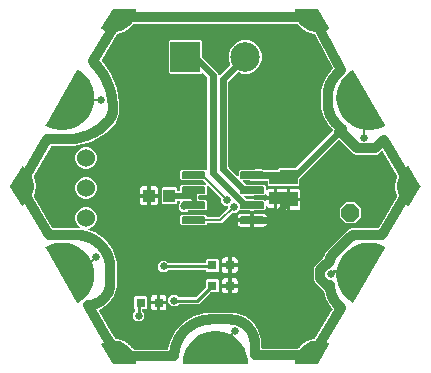
<source format=gbr>
G04 EAGLE Gerber RS-274X export*
G75*
%MOMM*%
%FSLAX34Y34*%
%LPD*%
%INTop Copper*%
%IPPOS*%
%AMOC8*
5,1,8,0,0,1.08239X$1,22.5*%
G01*
%ADD10C,1.000000*%
%ADD11R,1.500000X1.300000*%
%ADD12R,1.000000X1.100000*%
%ADD13R,2.500000X2.500000*%
%ADD14C,2.500000*%
%ADD15R,0.800000X0.800000*%
%ADD16P,1.649562X8X112.500000*%
%ADD17C,1.524000*%
%ADD18C,0.147500*%
%ADD19C,0.508000*%
%ADD20C,0.756400*%
%ADD21C,0.609600*%
%ADD22C,0.812800*%
%ADD23C,0.656400*%
%ADD24C,0.203200*%
%ADD25C,0.406400*%
%ADD26C,0.254000*%
%ADD27C,0.635000*%

G36*
X-40856Y12472D02*
X-40856Y12472D01*
X-40812Y12470D01*
X-40735Y12492D01*
X-40656Y12505D01*
X-40618Y12525D01*
X-40575Y12537D01*
X-40509Y12583D01*
X-40439Y12620D01*
X-40409Y12652D01*
X-40372Y12677D01*
X-40324Y12740D01*
X-40269Y12798D01*
X-40251Y12838D01*
X-40225Y12873D01*
X-40172Y13009D01*
X-40166Y13021D01*
X-40165Y13025D01*
X-40164Y13029D01*
X-38005Y21086D01*
X-33159Y29480D01*
X-26305Y36334D01*
X-17911Y41180D01*
X-8548Y43689D01*
X16854Y43689D01*
X24755Y41121D01*
X31476Y36238D01*
X36359Y29517D01*
X38926Y21616D01*
X38926Y14062D01*
X38929Y14043D01*
X38927Y14023D01*
X38949Y13922D01*
X38966Y13820D01*
X38975Y13802D01*
X38980Y13783D01*
X39033Y13694D01*
X39081Y13602D01*
X39095Y13589D01*
X39106Y13572D01*
X39184Y13504D01*
X39259Y13433D01*
X39277Y13425D01*
X39293Y13412D01*
X39389Y13373D01*
X39482Y13329D01*
X39502Y13327D01*
X39521Y13320D01*
X39687Y13301D01*
X69256Y13301D01*
X69308Y13310D01*
X69361Y13309D01*
X69428Y13330D01*
X69499Y13341D01*
X69545Y13366D01*
X69596Y13381D01*
X69653Y13423D01*
X69716Y13456D01*
X69752Y13494D01*
X69795Y13525D01*
X69866Y13614D01*
X69885Y13634D01*
X69890Y13644D01*
X69900Y13656D01*
X70137Y14032D01*
X70217Y14073D01*
X70303Y14108D01*
X70326Y14127D01*
X70354Y14141D01*
X70478Y14254D01*
X71313Y15199D01*
X71330Y15225D01*
X71351Y15246D01*
X71395Y15328D01*
X71444Y15407D01*
X71451Y15437D01*
X71466Y15463D01*
X71486Y15561D01*
X71969Y15956D01*
X71991Y15981D01*
X72058Y16041D01*
X72467Y16504D01*
X72553Y16531D01*
X72644Y16552D01*
X72670Y16568D01*
X72698Y16577D01*
X72839Y16668D01*
X73816Y17467D01*
X73836Y17490D01*
X73861Y17507D01*
X73917Y17582D01*
X73978Y17652D01*
X73990Y17680D01*
X74008Y17704D01*
X74044Y17797D01*
X74585Y18109D01*
X74610Y18130D01*
X74685Y18179D01*
X75164Y18571D01*
X75253Y18583D01*
X75346Y18589D01*
X75374Y18601D01*
X75404Y18605D01*
X75557Y18673D01*
X76649Y19305D01*
X76673Y19324D01*
X76700Y19337D01*
X76767Y19402D01*
X76839Y19461D01*
X76855Y19486D01*
X76877Y19507D01*
X76928Y19593D01*
X77511Y19815D01*
X77540Y19832D01*
X77622Y19868D01*
X78157Y20178D01*
X78247Y20176D01*
X78340Y20167D01*
X78369Y20174D01*
X78399Y20173D01*
X78562Y20215D01*
X79741Y20664D01*
X79767Y20679D01*
X79796Y20687D01*
X79873Y20740D01*
X79954Y20787D01*
X79974Y20810D01*
X79999Y20827D01*
X80062Y20904D01*
X80674Y21029D01*
X80704Y21041D01*
X80791Y21064D01*
X81369Y21284D01*
X81458Y21268D01*
X81548Y21244D01*
X81578Y21246D01*
X81608Y21240D01*
X81775Y21256D01*
X83011Y21509D01*
X83039Y21520D01*
X83069Y21524D01*
X83154Y21564D01*
X83241Y21597D01*
X83264Y21616D01*
X83291Y21630D01*
X83366Y21695D01*
X83990Y21721D01*
X84022Y21727D01*
X84112Y21736D01*
X84162Y21746D01*
X84220Y21768D01*
X84231Y21770D01*
X84240Y21776D01*
X84264Y21785D01*
X84366Y21819D01*
X84378Y21828D01*
X84392Y21834D01*
X84476Y21903D01*
X84562Y21968D01*
X84573Y21983D01*
X84582Y21990D01*
X84597Y22016D01*
X84663Y22102D01*
X99033Y46239D01*
X99051Y46284D01*
X99077Y46326D01*
X99096Y46398D01*
X99123Y46468D01*
X99126Y46517D01*
X99137Y46564D01*
X99132Y46639D01*
X99135Y46713D01*
X99122Y46761D01*
X99118Y46809D01*
X99089Y46878D01*
X99069Y46950D01*
X99041Y46991D01*
X99022Y47036D01*
X98944Y47134D01*
X98930Y47153D01*
X98924Y47158D01*
X98917Y47167D01*
X97440Y48643D01*
X93361Y55710D01*
X91617Y62218D01*
X91609Y62234D01*
X91607Y62252D01*
X91559Y62346D01*
X91516Y62442D01*
X91503Y62455D01*
X91495Y62471D01*
X91420Y62545D01*
X91348Y62622D01*
X91332Y62631D01*
X91320Y62644D01*
X91173Y62724D01*
X90669Y62933D01*
X83901Y69701D01*
X83050Y71755D01*
X83050Y81327D01*
X83901Y83381D01*
X90669Y90149D01*
X91178Y90360D01*
X91255Y90408D01*
X91337Y90449D01*
X91359Y90472D01*
X91387Y90489D01*
X91445Y90560D01*
X91509Y90625D01*
X91529Y90661D01*
X91544Y90679D01*
X91555Y90709D01*
X91590Y90772D01*
X93267Y94820D01*
X94238Y95791D01*
X94238Y95792D01*
X109455Y111008D01*
X109455Y111009D01*
X109516Y111069D01*
X109516Y111070D01*
X111241Y112795D01*
X111897Y113450D01*
X115943Y115126D01*
X137628Y115126D01*
X137694Y115137D01*
X137761Y115138D01*
X137814Y115157D01*
X137870Y115166D01*
X137930Y115197D01*
X137993Y115220D01*
X138038Y115255D01*
X138088Y115281D01*
X138134Y115330D01*
X138187Y115371D01*
X138234Y115436D01*
X138257Y115459D01*
X138266Y115478D01*
X138286Y115506D01*
X153678Y142073D01*
X153697Y142122D01*
X153724Y142167D01*
X153740Y142236D01*
X153765Y142303D01*
X153767Y142356D01*
X153779Y142407D01*
X153772Y142478D01*
X153775Y142549D01*
X153760Y142599D01*
X153754Y142652D01*
X153713Y142757D01*
X153705Y142785D01*
X153699Y142793D01*
X153693Y142808D01*
X153514Y143150D01*
X153519Y143240D01*
X153532Y143332D01*
X153527Y143362D01*
X153528Y143392D01*
X153493Y143556D01*
X153091Y144759D01*
X153077Y144786D01*
X153070Y144815D01*
X153020Y144894D01*
X152977Y144977D01*
X152955Y144998D01*
X152939Y145023D01*
X152865Y145090D01*
X152765Y145706D01*
X152754Y145737D01*
X152736Y145825D01*
X152540Y146412D01*
X152560Y146499D01*
X152587Y146588D01*
X152586Y146618D01*
X152593Y146648D01*
X152585Y146816D01*
X152381Y148067D01*
X152372Y148096D01*
X152369Y148126D01*
X152333Y148212D01*
X152303Y148300D01*
X152285Y148325D01*
X152273Y148352D01*
X152211Y148430D01*
X152211Y149055D01*
X152205Y149087D01*
X152201Y149177D01*
X152102Y149787D01*
X152135Y149870D01*
X152177Y149954D01*
X152181Y149984D01*
X152192Y150012D01*
X152211Y150178D01*
X152211Y151447D01*
X152206Y151476D01*
X152208Y151507D01*
X152186Y151597D01*
X152171Y151689D01*
X152157Y151716D01*
X152150Y151746D01*
X152101Y151832D01*
X152201Y152448D01*
X152201Y152481D01*
X152211Y152570D01*
X152211Y153189D01*
X152257Y153265D01*
X152312Y153341D01*
X152321Y153370D01*
X152336Y153396D01*
X152381Y153558D01*
X152585Y154809D01*
X152585Y154840D01*
X152592Y154869D01*
X152584Y154962D01*
X152584Y155055D01*
X152575Y155084D01*
X152572Y155114D01*
X152538Y155208D01*
X152736Y155800D01*
X152741Y155832D01*
X152765Y155919D01*
X152864Y156529D01*
X152922Y156597D01*
X152988Y156664D01*
X153002Y156691D01*
X153021Y156714D01*
X153091Y156866D01*
X153493Y158069D01*
X153498Y158099D01*
X153510Y158127D01*
X153517Y158220D01*
X153532Y158312D01*
X153527Y158342D01*
X153530Y158372D01*
X153511Y158469D01*
X153693Y158817D01*
X153710Y158867D01*
X153736Y158913D01*
X153748Y158983D01*
X153771Y159050D01*
X153771Y159103D01*
X153780Y159155D01*
X153770Y159225D01*
X153770Y159296D01*
X153753Y159346D01*
X153745Y159399D01*
X153700Y159502D01*
X153691Y159529D01*
X153684Y159537D01*
X153678Y159552D01*
X141736Y180164D01*
X141661Y180255D01*
X141587Y180348D01*
X141583Y180351D01*
X141580Y180354D01*
X141480Y180417D01*
X141380Y180481D01*
X141376Y180482D01*
X141372Y180485D01*
X141256Y180512D01*
X141142Y180541D01*
X141137Y180541D01*
X141132Y180542D01*
X141013Y180531D01*
X140897Y180522D01*
X140892Y180520D01*
X140887Y180520D01*
X140778Y180472D01*
X140670Y180426D01*
X140666Y180422D01*
X140662Y180421D01*
X140651Y180410D01*
X140539Y180321D01*
X138590Y178372D01*
X136536Y177521D01*
X119027Y177521D01*
X116973Y178372D01*
X105359Y189985D01*
X105322Y190012D01*
X105317Y190018D01*
X105302Y190028D01*
X105261Y190068D01*
X105186Y190109D01*
X105160Y190128D01*
X105142Y190134D01*
X105114Y190149D01*
X105101Y190155D01*
X104985Y190182D01*
X104984Y190182D01*
X104925Y190201D01*
X104913Y190200D01*
X104872Y190211D01*
X104867Y190210D01*
X104861Y190212D01*
X104743Y190201D01*
X104627Y190192D01*
X104622Y190189D01*
X104616Y190189D01*
X104508Y190141D01*
X104400Y190095D01*
X104395Y190091D01*
X104391Y190089D01*
X104379Y190078D01*
X104269Y189990D01*
X71160Y156881D01*
X71114Y156817D01*
X71069Y156770D01*
X71062Y156755D01*
X71048Y156738D01*
X71035Y156708D01*
X71017Y156681D01*
X70994Y156609D01*
X70965Y156546D01*
X70963Y156529D01*
X70956Y156510D01*
X70951Y156469D01*
X70944Y156446D01*
X70945Y156414D01*
X70937Y156343D01*
X70937Y151593D01*
X70044Y150700D01*
X45168Y150700D01*
X44275Y151593D01*
X44275Y155004D01*
X44272Y155023D01*
X44274Y155043D01*
X44252Y155144D01*
X44236Y155246D01*
X44226Y155264D01*
X44222Y155283D01*
X44169Y155372D01*
X44120Y155464D01*
X44106Y155477D01*
X44096Y155494D01*
X44017Y155562D01*
X43942Y155633D01*
X43924Y155641D01*
X43909Y155654D01*
X43813Y155693D01*
X43719Y155737D01*
X43699Y155739D01*
X43681Y155746D01*
X43514Y155765D01*
X39760Y155765D01*
X39670Y155750D01*
X39579Y155743D01*
X39549Y155730D01*
X39517Y155725D01*
X39437Y155682D01*
X39353Y155647D01*
X39321Y155621D01*
X39300Y155610D01*
X39278Y155587D01*
X39222Y155542D01*
X38711Y155031D01*
X34314Y155031D01*
X33803Y155542D01*
X33729Y155595D01*
X33660Y155654D01*
X33630Y155667D01*
X33604Y155685D01*
X33517Y155712D01*
X33432Y155746D01*
X33391Y155751D01*
X33369Y155758D01*
X33336Y155757D01*
X33265Y155765D01*
X29157Y155765D01*
X29131Y155783D01*
X29044Y155810D01*
X28959Y155844D01*
X28918Y155849D01*
X28896Y155856D01*
X28864Y155855D01*
X28793Y155863D01*
X23892Y155863D01*
X23821Y155851D01*
X23749Y155849D01*
X23700Y155831D01*
X23649Y155823D01*
X23586Y155789D01*
X23518Y155765D01*
X23478Y155732D01*
X23432Y155708D01*
X23382Y155656D01*
X23326Y155611D01*
X23298Y155567D01*
X23262Y155530D01*
X23232Y155465D01*
X23193Y155404D01*
X23181Y155354D01*
X23159Y155307D01*
X23151Y155235D01*
X23133Y155166D01*
X23137Y155114D01*
X23132Y155062D01*
X23147Y154992D01*
X23152Y154921D01*
X23173Y154873D01*
X23184Y154822D01*
X23221Y154760D01*
X23249Y154694D01*
X23294Y154638D01*
X23310Y154611D01*
X23328Y154595D01*
X23354Y154563D01*
X25484Y152433D01*
X25558Y152380D01*
X25627Y152321D01*
X25657Y152309D01*
X25683Y152290D01*
X25771Y152263D01*
X25855Y152229D01*
X25896Y152224D01*
X25918Y152217D01*
X25951Y152218D01*
X26022Y152210D01*
X33043Y152210D01*
X33069Y152192D01*
X33156Y152165D01*
X33241Y152131D01*
X33282Y152126D01*
X33304Y152119D01*
X33336Y152120D01*
X33407Y152112D01*
X41150Y152112D01*
X42475Y150787D01*
X42475Y148331D01*
X42486Y148260D01*
X42488Y148188D01*
X42506Y148139D01*
X42514Y148088D01*
X42548Y148025D01*
X42573Y147957D01*
X42605Y147917D01*
X42630Y147871D01*
X42682Y147821D01*
X42726Y147765D01*
X42770Y147737D01*
X42808Y147701D01*
X42873Y147671D01*
X42933Y147632D01*
X42984Y147619D01*
X43031Y147598D01*
X43102Y147590D01*
X43172Y147572D01*
X43224Y147576D01*
X43275Y147570D01*
X43346Y147586D01*
X43417Y147591D01*
X43465Y147612D01*
X43516Y147623D01*
X43577Y147660D01*
X43643Y147688D01*
X43699Y147732D01*
X43727Y147749D01*
X43742Y147767D01*
X43774Y147792D01*
X44240Y148258D01*
X44819Y148593D01*
X45466Y148766D01*
X49277Y148766D01*
X49277Y142248D01*
X43259Y142248D01*
X43259Y143435D01*
X43248Y143505D01*
X43246Y143577D01*
X43228Y143626D01*
X43220Y143677D01*
X43186Y143741D01*
X43161Y143808D01*
X43129Y143849D01*
X43104Y143895D01*
X43052Y143944D01*
X43008Y144000D01*
X42964Y144028D01*
X42926Y144064D01*
X42861Y144094D01*
X42801Y144133D01*
X42750Y144146D01*
X42703Y144168D01*
X42632Y144176D01*
X42562Y144193D01*
X42510Y144189D01*
X42459Y144195D01*
X42388Y144180D01*
X42317Y144174D01*
X42269Y144154D01*
X42218Y144143D01*
X42157Y144106D01*
X42091Y144078D01*
X42035Y144033D01*
X42007Y144016D01*
X41992Y143999D01*
X41960Y143973D01*
X41150Y143163D01*
X33407Y143163D01*
X33317Y143148D01*
X33226Y143141D01*
X33197Y143128D01*
X33165Y143123D01*
X33084Y143080D01*
X33047Y143065D01*
X25144Y143065D01*
X25073Y143053D01*
X25001Y143051D01*
X24952Y143033D01*
X24901Y143025D01*
X24838Y142991D01*
X24770Y142967D01*
X24730Y142934D01*
X24683Y142910D01*
X24634Y142858D01*
X24578Y142813D01*
X24550Y142769D01*
X24514Y142732D01*
X24484Y142667D01*
X24445Y142606D01*
X24432Y142556D01*
X24410Y142509D01*
X24403Y142437D01*
X24385Y142368D01*
X24389Y142316D01*
X24383Y142264D01*
X24399Y142194D01*
X24404Y142123D01*
X24425Y142075D01*
X24436Y142024D01*
X24472Y141962D01*
X24501Y141896D01*
X24545Y141840D01*
X24562Y141813D01*
X24580Y141797D01*
X24605Y141765D01*
X26320Y140051D01*
X26394Y139998D01*
X26463Y139938D01*
X26493Y139926D01*
X26520Y139907D01*
X26607Y139880D01*
X26691Y139846D01*
X26732Y139842D01*
X26755Y139835D01*
X26787Y139836D01*
X26858Y139828D01*
X32677Y139828D01*
X32869Y139635D01*
X32943Y139582D01*
X33013Y139523D01*
X33043Y139510D01*
X33069Y139492D01*
X33156Y139465D01*
X33241Y139431D01*
X33282Y139426D01*
X33304Y139419D01*
X33336Y139420D01*
X33407Y139412D01*
X41150Y139412D01*
X41960Y138602D01*
X42018Y138560D01*
X42070Y138511D01*
X42117Y138489D01*
X42159Y138459D01*
X42228Y138437D01*
X42293Y138407D01*
X42345Y138401D01*
X42395Y138386D01*
X42466Y138388D01*
X42537Y138380D01*
X42588Y138391D01*
X42640Y138393D01*
X42708Y138417D01*
X42778Y138432D01*
X42823Y138459D01*
X42871Y138477D01*
X42927Y138522D01*
X42989Y138559D01*
X43023Y138598D01*
X43063Y138631D01*
X43102Y138691D01*
X43149Y138745D01*
X43168Y138794D01*
X43196Y138838D01*
X43214Y138907D01*
X43241Y138974D01*
X43249Y139045D01*
X43257Y139076D01*
X43255Y139099D01*
X43259Y139140D01*
X43259Y139202D01*
X49277Y139202D01*
X49277Y132684D01*
X45466Y132684D01*
X44819Y132857D01*
X44240Y133192D01*
X43774Y133658D01*
X43716Y133700D01*
X43664Y133749D01*
X43617Y133771D01*
X43575Y133801D01*
X43506Y133822D01*
X43441Y133852D01*
X43389Y133858D01*
X43339Y133874D01*
X43268Y133872D01*
X43197Y133880D01*
X43146Y133868D01*
X43094Y133867D01*
X43026Y133843D01*
X42956Y133827D01*
X42911Y133801D01*
X42863Y133783D01*
X42807Y133738D01*
X42745Y133701D01*
X42711Y133662D01*
X42671Y133629D01*
X42632Y133569D01*
X42585Y133514D01*
X42566Y133466D01*
X42538Y133422D01*
X42520Y133353D01*
X42493Y133286D01*
X42485Y133215D01*
X42477Y133184D01*
X42479Y133160D01*
X42475Y133119D01*
X42475Y131788D01*
X41150Y130463D01*
X33407Y130463D01*
X33317Y130448D01*
X33226Y130441D01*
X33197Y130428D01*
X33165Y130423D01*
X33084Y130380D01*
X33047Y130365D01*
X29157Y130365D01*
X29131Y130383D01*
X29044Y130410D01*
X28959Y130444D01*
X28918Y130449D01*
X28896Y130456D01*
X28864Y130455D01*
X28793Y130463D01*
X21050Y130463D01*
X20661Y130852D01*
X20645Y130864D01*
X20632Y130879D01*
X20545Y130935D01*
X20461Y130996D01*
X20442Y131002D01*
X20425Y131012D01*
X20325Y131038D01*
X20226Y131068D01*
X20206Y131068D01*
X20187Y131072D01*
X20084Y131064D01*
X19980Y131062D01*
X19962Y131055D01*
X19942Y131053D01*
X19847Y131013D01*
X19749Y130977D01*
X19734Y130965D01*
X19715Y130957D01*
X19584Y130852D01*
X17357Y128624D01*
X14467Y128624D01*
X14377Y128610D01*
X14286Y128602D01*
X14256Y128590D01*
X14224Y128585D01*
X14144Y128542D01*
X14060Y128506D01*
X14028Y128480D01*
X14007Y128469D01*
X13985Y128446D01*
X13929Y128401D01*
X5224Y119697D01*
X-6264Y119697D01*
X-6284Y119694D01*
X-6303Y119696D01*
X-6405Y119674D01*
X-6507Y119657D01*
X-6524Y119648D01*
X-6544Y119643D01*
X-6633Y119590D01*
X-6724Y119542D01*
X-6738Y119528D01*
X-6755Y119517D01*
X-6822Y119439D01*
X-6894Y119364D01*
X-6902Y119346D01*
X-6915Y119330D01*
X-6954Y119234D01*
X-6997Y119141D01*
X-6999Y119121D01*
X-7004Y119109D01*
X-8350Y117763D01*
X-28450Y117763D01*
X-29775Y119088D01*
X-29775Y125387D01*
X-28450Y126712D01*
X-8350Y126712D01*
X-6995Y125357D01*
X-6986Y125297D01*
X-6976Y125279D01*
X-6972Y125260D01*
X-6919Y125171D01*
X-6870Y125079D01*
X-6856Y125066D01*
X-6846Y125049D01*
X-6767Y124981D01*
X-6692Y124910D01*
X-6674Y124902D01*
X-6659Y124889D01*
X-6563Y124850D01*
X-6469Y124806D01*
X-6449Y124804D01*
X-6431Y124797D01*
X-6264Y124778D01*
X2804Y124778D01*
X2894Y124793D01*
X2985Y124800D01*
X3015Y124813D01*
X3047Y124818D01*
X3128Y124861D01*
X3212Y124896D01*
X3244Y124922D01*
X3264Y124933D01*
X3287Y124956D01*
X3343Y125001D01*
X10336Y131994D01*
X10389Y132068D01*
X10448Y132138D01*
X10461Y132168D01*
X10479Y132194D01*
X10506Y132281D01*
X10540Y132366D01*
X10545Y132407D01*
X10552Y132429D01*
X10551Y132461D01*
X10559Y132533D01*
X10559Y133582D01*
X10556Y133602D01*
X10558Y133622D01*
X10536Y133723D01*
X10519Y133825D01*
X10510Y133842D01*
X10505Y133862D01*
X10452Y133951D01*
X10404Y134042D01*
X10390Y134056D01*
X10379Y134073D01*
X10301Y134140D01*
X10226Y134212D01*
X10208Y134220D01*
X10192Y134233D01*
X10096Y134272D01*
X10003Y134315D01*
X9983Y134317D01*
X9964Y134325D01*
X9798Y134343D01*
X7655Y134343D01*
X4840Y137159D01*
X4840Y140048D01*
X4825Y140138D01*
X4818Y140229D01*
X4805Y140259D01*
X4800Y140291D01*
X4757Y140372D01*
X4722Y140456D01*
X4696Y140488D01*
X4685Y140508D01*
X4661Y140531D01*
X4617Y140587D01*
X-5726Y150929D01*
X-5784Y150971D01*
X-5836Y151020D01*
X-5883Y151042D01*
X-5925Y151073D01*
X-5994Y151094D01*
X-6059Y151124D01*
X-6111Y151130D01*
X-6161Y151145D01*
X-6232Y151143D01*
X-6303Y151151D01*
X-6354Y151140D01*
X-6406Y151139D01*
X-6474Y151114D01*
X-6544Y151099D01*
X-6589Y151072D01*
X-6637Y151054D01*
X-6693Y151009D01*
X-6755Y150973D01*
X-6789Y150933D01*
X-6829Y150900D01*
X-6868Y150840D01*
X-6915Y150786D01*
X-6934Y150737D01*
X-6962Y150694D01*
X-6980Y150624D01*
X-7007Y150558D01*
X-7015Y150486D01*
X-7023Y150455D01*
X-7021Y150432D01*
X-7025Y150391D01*
X-7025Y144488D01*
X-8350Y143163D01*
X-13574Y143163D01*
X-13594Y143160D01*
X-13613Y143162D01*
X-13715Y143140D01*
X-13817Y143123D01*
X-13834Y143114D01*
X-13854Y143109D01*
X-13943Y143056D01*
X-14034Y143008D01*
X-14048Y142994D01*
X-14065Y142983D01*
X-14132Y142905D01*
X-14204Y142830D01*
X-14212Y142812D01*
X-14225Y142796D01*
X-14264Y142700D01*
X-14307Y142607D01*
X-14309Y142587D01*
X-14317Y142568D01*
X-14335Y142402D01*
X-14335Y140173D01*
X-14332Y140154D01*
X-14334Y140134D01*
X-14312Y140033D01*
X-14296Y139931D01*
X-14286Y139913D01*
X-14282Y139894D01*
X-14229Y139805D01*
X-14180Y139713D01*
X-14166Y139700D01*
X-14156Y139683D01*
X-14077Y139615D01*
X-14002Y139544D01*
X-13984Y139536D01*
X-13969Y139523D01*
X-13873Y139484D01*
X-13779Y139440D01*
X-13759Y139438D01*
X-13741Y139431D01*
X-13574Y139412D01*
X-8350Y139412D01*
X-7025Y138087D01*
X-7025Y131788D01*
X-8350Y130463D01*
X-22762Y130463D01*
X-22852Y130448D01*
X-22943Y130441D01*
X-22972Y130428D01*
X-23004Y130423D01*
X-23085Y130380D01*
X-23169Y130345D01*
X-23201Y130319D01*
X-23222Y130308D01*
X-23225Y130304D01*
X-23226Y130304D01*
X-23245Y130284D01*
X-23300Y130240D01*
X-24303Y129237D01*
X-28285Y129237D01*
X-31101Y132052D01*
X-31101Y136035D01*
X-29998Y137138D01*
X-29945Y137212D01*
X-29885Y137281D01*
X-29873Y137311D01*
X-29854Y137337D01*
X-29827Y137424D01*
X-29793Y137509D01*
X-29789Y137550D01*
X-29782Y137572D01*
X-29783Y137605D01*
X-29775Y137676D01*
X-29775Y138049D01*
X-29778Y138069D01*
X-29776Y138088D01*
X-29798Y138190D01*
X-29814Y138292D01*
X-29824Y138309D01*
X-29828Y138329D01*
X-29881Y138418D01*
X-29930Y138509D01*
X-29944Y138523D01*
X-29954Y138540D01*
X-30033Y138607D01*
X-30108Y138679D01*
X-30126Y138687D01*
X-30141Y138700D01*
X-30237Y138739D01*
X-30331Y138782D01*
X-30351Y138784D01*
X-30369Y138792D01*
X-30536Y138810D01*
X-31839Y138810D01*
X-31859Y138807D01*
X-31878Y138809D01*
X-31980Y138787D01*
X-32082Y138771D01*
X-32099Y138761D01*
X-32119Y138757D01*
X-32208Y138704D01*
X-32299Y138655D01*
X-32313Y138641D01*
X-32330Y138631D01*
X-32397Y138552D01*
X-32469Y138477D01*
X-32477Y138459D01*
X-32490Y138444D01*
X-32529Y138348D01*
X-32572Y138254D01*
X-32574Y138234D01*
X-32582Y138216D01*
X-32600Y138049D01*
X-32600Y136743D01*
X-33493Y135850D01*
X-44757Y135850D01*
X-45650Y136743D01*
X-45650Y149007D01*
X-44757Y149900D01*
X-33493Y149900D01*
X-32600Y149007D01*
X-32600Y147701D01*
X-32597Y147681D01*
X-32599Y147662D01*
X-32577Y147560D01*
X-32561Y147458D01*
X-32551Y147441D01*
X-32547Y147421D01*
X-32494Y147332D01*
X-32445Y147241D01*
X-32431Y147227D01*
X-32421Y147210D01*
X-32342Y147143D01*
X-32267Y147071D01*
X-32249Y147063D01*
X-32234Y147050D01*
X-32138Y147011D01*
X-32044Y146968D01*
X-32024Y146966D01*
X-32006Y146958D01*
X-31839Y146940D01*
X-30536Y146940D01*
X-30516Y146943D01*
X-30497Y146941D01*
X-30395Y146963D01*
X-30293Y146979D01*
X-30276Y146989D01*
X-30256Y146993D01*
X-30167Y147046D01*
X-30076Y147095D01*
X-30062Y147109D01*
X-30045Y147119D01*
X-29978Y147198D01*
X-29906Y147273D01*
X-29898Y147291D01*
X-29885Y147306D01*
X-29846Y147402D01*
X-29803Y147496D01*
X-29801Y147516D01*
X-29793Y147534D01*
X-29775Y147701D01*
X-29775Y150787D01*
X-28450Y152112D01*
X-8747Y152112D01*
X-8676Y152124D01*
X-8604Y152126D01*
X-8555Y152144D01*
X-8504Y152152D01*
X-8441Y152186D01*
X-8373Y152210D01*
X-8333Y152243D01*
X-8287Y152267D01*
X-8237Y152319D01*
X-8181Y152364D01*
X-8153Y152408D01*
X-8117Y152445D01*
X-8087Y152510D01*
X-8048Y152571D01*
X-8035Y152621D01*
X-8014Y152668D01*
X-8006Y152740D01*
X-7988Y152809D01*
X-7992Y152861D01*
X-7986Y152913D01*
X-8002Y152983D01*
X-8007Y153054D01*
X-8028Y153102D01*
X-8039Y153153D01*
X-8076Y153215D01*
X-8104Y153281D01*
X-8148Y153337D01*
X-8165Y153364D01*
X-8183Y153380D01*
X-8208Y153412D01*
X-10436Y155640D01*
X-10510Y155693D01*
X-10580Y155752D01*
X-10610Y155764D01*
X-10636Y155783D01*
X-10723Y155810D01*
X-10808Y155844D01*
X-10849Y155849D01*
X-10871Y155856D01*
X-10903Y155855D01*
X-10975Y155863D01*
X-28450Y155863D01*
X-29775Y157188D01*
X-29775Y163487D01*
X-28450Y164812D01*
X-8350Y164812D01*
X-8244Y164706D01*
X-8186Y164664D01*
X-8134Y164615D01*
X-8087Y164593D01*
X-8045Y164563D01*
X-7976Y164541D01*
X-7911Y164511D01*
X-7859Y164505D01*
X-7809Y164490D01*
X-7738Y164492D01*
X-7667Y164484D01*
X-7616Y164495D01*
X-7564Y164497D01*
X-7496Y164521D01*
X-7426Y164536D01*
X-7381Y164563D01*
X-7333Y164581D01*
X-7277Y164626D01*
X-7215Y164663D01*
X-7181Y164702D01*
X-7141Y164735D01*
X-7102Y164795D01*
X-7055Y164849D01*
X-7036Y164898D01*
X-7008Y164942D01*
X-6990Y165011D01*
X-6963Y165078D01*
X-6955Y165149D01*
X-6947Y165180D01*
X-6949Y165203D01*
X-6945Y165244D01*
X-6945Y243050D01*
X-6959Y243140D01*
X-6967Y243231D01*
X-6979Y243261D01*
X-6984Y243293D01*
X-7027Y243373D01*
X-7063Y243457D01*
X-7089Y243490D01*
X-7100Y243510D01*
X-7123Y243532D01*
X-7168Y243588D01*
X-10548Y246969D01*
X-10564Y246981D01*
X-10577Y246996D01*
X-10664Y247052D01*
X-10748Y247112D01*
X-10767Y247118D01*
X-10784Y247129D01*
X-10884Y247154D01*
X-10983Y247185D01*
X-11003Y247184D01*
X-11022Y247189D01*
X-11125Y247181D01*
X-11229Y247178D01*
X-11248Y247172D01*
X-11268Y247170D01*
X-11362Y247130D01*
X-11460Y247094D01*
X-11476Y247082D01*
X-11494Y247074D01*
X-11625Y246969D01*
X-12268Y246325D01*
X-38532Y246325D01*
X-39425Y247218D01*
X-39425Y273482D01*
X-38532Y274375D01*
X-12268Y274375D01*
X-11375Y273482D01*
X-11375Y261045D01*
X-11361Y260955D01*
X-11353Y260864D01*
X-11341Y260834D01*
X-11336Y260802D01*
X-11293Y260721D01*
X-11257Y260638D01*
X-11231Y260605D01*
X-11220Y260585D01*
X-11197Y260563D01*
X-11152Y260507D01*
X2201Y247154D01*
X2201Y245455D01*
X2212Y245385D01*
X2214Y245313D01*
X2232Y245264D01*
X2240Y245213D01*
X2274Y245149D01*
X2299Y245082D01*
X2331Y245041D01*
X2356Y244995D01*
X2408Y244946D01*
X2452Y244890D01*
X2496Y244862D01*
X2534Y244826D01*
X2599Y244796D01*
X2659Y244757D01*
X2710Y244744D01*
X2757Y244722D01*
X2828Y244714D01*
X2898Y244697D01*
X2950Y244701D01*
X3001Y244695D01*
X3072Y244710D01*
X3143Y244716D01*
X3191Y244736D01*
X3242Y244747D01*
X3303Y244784D01*
X3369Y244812D01*
X3425Y244857D01*
X3453Y244874D01*
X3468Y244891D01*
X3500Y244917D01*
X12412Y253829D01*
X12480Y253923D01*
X12550Y254018D01*
X12552Y254024D01*
X12556Y254029D01*
X12590Y254140D01*
X12626Y254252D01*
X12626Y254258D01*
X12628Y254264D01*
X12625Y254381D01*
X12624Y254498D01*
X12622Y254505D01*
X12622Y254510D01*
X12615Y254527D01*
X12577Y254659D01*
X11375Y257560D01*
X11375Y263140D01*
X13510Y268294D01*
X17456Y272240D01*
X22610Y274375D01*
X28190Y274375D01*
X33344Y272240D01*
X37290Y268294D01*
X39425Y263140D01*
X39425Y257560D01*
X37290Y252406D01*
X33344Y248460D01*
X28190Y246325D01*
X22610Y246325D01*
X19709Y247527D01*
X19595Y247554D01*
X19482Y247582D01*
X19475Y247582D01*
X19469Y247583D01*
X19353Y247572D01*
X19236Y247563D01*
X19231Y247561D01*
X19224Y247560D01*
X19117Y247512D01*
X19010Y247467D01*
X19004Y247462D01*
X19000Y247460D01*
X18986Y247448D01*
X18879Y247362D01*
X11146Y239629D01*
X11093Y239555D01*
X11033Y239485D01*
X11021Y239455D01*
X11002Y239429D01*
X10975Y239342D01*
X10941Y239257D01*
X10937Y239216D01*
X10930Y239194D01*
X10931Y239162D01*
X10923Y239091D01*
X10923Y167309D01*
X10937Y167219D01*
X10945Y167128D01*
X10957Y167099D01*
X10962Y167067D01*
X11005Y166986D01*
X11041Y166902D01*
X11067Y166870D01*
X11078Y166849D01*
X11101Y166827D01*
X11146Y166771D01*
X18426Y159491D01*
X18484Y159449D01*
X18536Y159400D01*
X18583Y159378D01*
X18625Y159348D01*
X18694Y159326D01*
X18759Y159296D01*
X18811Y159291D01*
X18861Y159275D01*
X18932Y159277D01*
X19003Y159269D01*
X19054Y159280D01*
X19106Y159282D01*
X19174Y159306D01*
X19244Y159321D01*
X19289Y159348D01*
X19337Y159366D01*
X19393Y159411D01*
X19455Y159448D01*
X19489Y159487D01*
X19529Y159520D01*
X19568Y159580D01*
X19615Y159634D01*
X19634Y159683D01*
X19662Y159727D01*
X19680Y159796D01*
X19707Y159863D01*
X19715Y159934D01*
X19723Y159965D01*
X19721Y159988D01*
X19725Y160029D01*
X19725Y163487D01*
X21050Y164812D01*
X28793Y164812D01*
X28883Y164827D01*
X28974Y164834D01*
X29003Y164847D01*
X29035Y164852D01*
X29116Y164895D01*
X29153Y164910D01*
X33265Y164910D01*
X33355Y164925D01*
X33446Y164932D01*
X33476Y164945D01*
X33508Y164950D01*
X33588Y164993D01*
X33672Y165028D01*
X33704Y165054D01*
X33725Y165065D01*
X33747Y165088D01*
X33803Y165133D01*
X34314Y165644D01*
X38711Y165644D01*
X39222Y165133D01*
X39296Y165080D01*
X39365Y165021D01*
X39395Y165008D01*
X39421Y164990D01*
X39508Y164963D01*
X39593Y164929D01*
X39634Y164924D01*
X39656Y164917D01*
X39689Y164918D01*
X39760Y164910D01*
X52127Y164910D01*
X52146Y164913D01*
X52166Y164911D01*
X52267Y164933D01*
X52369Y164950D01*
X52387Y164959D01*
X52406Y164964D01*
X52495Y165017D01*
X52587Y165065D01*
X52600Y165079D01*
X52617Y165090D01*
X52685Y165168D01*
X52756Y165243D01*
X52764Y165261D01*
X52777Y165277D01*
X52816Y165373D01*
X52860Y165466D01*
X52862Y165486D01*
X52869Y165505D01*
X52888Y165671D01*
X52888Y165857D01*
X53781Y166750D01*
X67780Y166750D01*
X67870Y166764D01*
X67961Y166772D01*
X67991Y166784D01*
X68023Y166789D01*
X68103Y166832D01*
X68187Y166868D01*
X68219Y166894D01*
X68240Y166905D01*
X68262Y166928D01*
X68318Y166973D01*
X98785Y197439D01*
X98838Y197513D01*
X98897Y197583D01*
X98909Y197613D01*
X98928Y197639D01*
X98955Y197726D01*
X98989Y197811D01*
X98994Y197852D01*
X99001Y197874D01*
X99000Y197879D01*
X99276Y198543D01*
X99302Y198656D01*
X99331Y198770D01*
X99331Y198777D01*
X99332Y198783D01*
X99321Y198899D01*
X99312Y199016D01*
X99310Y199021D01*
X99309Y199028D01*
X99261Y199135D01*
X99216Y199242D01*
X99211Y199248D01*
X99209Y199252D01*
X99196Y199266D01*
X99111Y199373D01*
X98541Y199942D01*
X98463Y200020D01*
X98463Y200021D01*
X96755Y201729D01*
X95110Y203374D01*
X91520Y209592D01*
X89661Y216528D01*
X89661Y231684D01*
X91773Y239565D01*
X95853Y246632D01*
X97845Y248623D01*
X99088Y249866D01*
X99106Y249891D01*
X99129Y249911D01*
X99177Y249991D01*
X99231Y250066D01*
X99240Y250095D01*
X99256Y250122D01*
X99276Y250212D01*
X99304Y250301D01*
X99303Y250332D01*
X99309Y250362D01*
X99300Y250454D01*
X99297Y250547D01*
X99287Y250576D01*
X99283Y250606D01*
X99221Y250762D01*
X83920Y279531D01*
X83880Y279582D01*
X83849Y279640D01*
X83806Y279680D01*
X83770Y279726D01*
X83717Y279763D01*
X83669Y279807D01*
X83615Y279831D01*
X83567Y279864D01*
X83504Y279882D01*
X83445Y279908D01*
X83383Y279918D01*
X83375Y279928D01*
X83298Y279979D01*
X83224Y280037D01*
X83196Y280047D01*
X83170Y280064D01*
X83011Y280116D01*
X81775Y280369D01*
X81744Y280371D01*
X81715Y280379D01*
X81622Y280376D01*
X81529Y280379D01*
X81500Y280371D01*
X81470Y280370D01*
X81375Y280339D01*
X80791Y280561D01*
X80759Y280568D01*
X80674Y280596D01*
X80068Y280720D01*
X80002Y280781D01*
X79939Y280849D01*
X79912Y280864D01*
X79890Y280885D01*
X79741Y280961D01*
X78562Y281410D01*
X78532Y281416D01*
X78505Y281429D01*
X78412Y281441D01*
X78321Y281459D01*
X78291Y281455D01*
X78261Y281459D01*
X78162Y281444D01*
X77622Y281757D01*
X77591Y281769D01*
X77511Y281810D01*
X76933Y282030D01*
X76878Y282100D01*
X76827Y282178D01*
X76803Y282197D01*
X76784Y282221D01*
X76649Y282320D01*
X75557Y282952D01*
X75529Y282963D01*
X75504Y282981D01*
X75415Y283007D01*
X75327Y283040D01*
X75297Y283041D01*
X75268Y283049D01*
X75169Y283050D01*
X74685Y283446D01*
X74657Y283462D01*
X74585Y283516D01*
X74049Y283825D01*
X74006Y283904D01*
X73968Y283989D01*
X73948Y284011D01*
X73933Y284038D01*
X73816Y284158D01*
X72839Y284957D01*
X72813Y284972D01*
X72791Y284993D01*
X72707Y285033D01*
X72626Y285080D01*
X72596Y285086D01*
X72569Y285099D01*
X72471Y285116D01*
X72058Y285584D01*
X72032Y285604D01*
X71969Y285669D01*
X71491Y286060D01*
X71461Y286145D01*
X71437Y286235D01*
X71420Y286260D01*
X71410Y286289D01*
X71313Y286426D01*
X70478Y287371D01*
X70454Y287391D01*
X70436Y287415D01*
X70360Y287468D01*
X70287Y287527D01*
X70259Y287538D01*
X70234Y287555D01*
X70140Y287587D01*
X69900Y287969D01*
X69865Y288008D01*
X69838Y288053D01*
X69784Y288100D01*
X69737Y288153D01*
X69691Y288179D01*
X69651Y288213D01*
X69585Y288240D01*
X69523Y288275D01*
X69471Y288286D01*
X69422Y288305D01*
X69310Y288318D01*
X69282Y288323D01*
X69272Y288322D01*
X69256Y288324D01*
X-69256Y288324D01*
X-69308Y288315D01*
X-69361Y288317D01*
X-69429Y288295D01*
X-69499Y288284D01*
X-69545Y288259D01*
X-69596Y288244D01*
X-69653Y288202D01*
X-69716Y288169D01*
X-69752Y288131D01*
X-69795Y288100D01*
X-69866Y288011D01*
X-69885Y287991D01*
X-69890Y287981D01*
X-69900Y287969D01*
X-70137Y287593D01*
X-70217Y287552D01*
X-70303Y287517D01*
X-70326Y287498D01*
X-70354Y287484D01*
X-70478Y287371D01*
X-71313Y286426D01*
X-71330Y286400D01*
X-71351Y286379D01*
X-71395Y286297D01*
X-71444Y286218D01*
X-71451Y286188D01*
X-71466Y286162D01*
X-71486Y286064D01*
X-71969Y285669D01*
X-71991Y285644D01*
X-72058Y285584D01*
X-72467Y285121D01*
X-72553Y285094D01*
X-72644Y285073D01*
X-72670Y285057D01*
X-72698Y285048D01*
X-72839Y284957D01*
X-73816Y284158D01*
X-73836Y284135D01*
X-73861Y284118D01*
X-73917Y284043D01*
X-73978Y283973D01*
X-73990Y283945D01*
X-74008Y283921D01*
X-74044Y283828D01*
X-74585Y283516D01*
X-74610Y283495D01*
X-74685Y283446D01*
X-75164Y283054D01*
X-75253Y283042D01*
X-75346Y283036D01*
X-75374Y283024D01*
X-75404Y283020D01*
X-75557Y282952D01*
X-76649Y282320D01*
X-76673Y282301D01*
X-76700Y282288D01*
X-76767Y282223D01*
X-76839Y282164D01*
X-76856Y282139D01*
X-76877Y282118D01*
X-76928Y282032D01*
X-77511Y281810D01*
X-77540Y281793D01*
X-77622Y281757D01*
X-78157Y281447D01*
X-78247Y281449D01*
X-78340Y281458D01*
X-78369Y281451D01*
X-78399Y281452D01*
X-78562Y281410D01*
X-79741Y280961D01*
X-79767Y280946D01*
X-79796Y280938D01*
X-79873Y280885D01*
X-79954Y280838D01*
X-79974Y280815D01*
X-79999Y280798D01*
X-80062Y280721D01*
X-80674Y280596D01*
X-80704Y280584D01*
X-80791Y280561D01*
X-81369Y280341D01*
X-81458Y280357D01*
X-81548Y280381D01*
X-81578Y280379D01*
X-81608Y280385D01*
X-81775Y280369D01*
X-82740Y280171D01*
X-82842Y280132D01*
X-82944Y280098D01*
X-82956Y280089D01*
X-82970Y280083D01*
X-83054Y280014D01*
X-83140Y279949D01*
X-83151Y279934D01*
X-83160Y279927D01*
X-83175Y279902D01*
X-83241Y279815D01*
X-96222Y258012D01*
X-96240Y257966D01*
X-96266Y257925D01*
X-96285Y257852D01*
X-96312Y257783D01*
X-96314Y257734D01*
X-96326Y257686D01*
X-96321Y257612D01*
X-96324Y257537D01*
X-96311Y257490D01*
X-96307Y257441D01*
X-96278Y257372D01*
X-96258Y257300D01*
X-96230Y257260D01*
X-96211Y257215D01*
X-96132Y257117D01*
X-96119Y257097D01*
X-96113Y257093D01*
X-96106Y257084D01*
X-95228Y256206D01*
X-88359Y245926D01*
X-83628Y234504D01*
X-81216Y222378D01*
X-81216Y211974D01*
X-84447Y204173D01*
X-86539Y202081D01*
X-86706Y201914D01*
X-87433Y201188D01*
X-88325Y200295D01*
X-88326Y200295D01*
X-92606Y196015D01*
X-105278Y188698D01*
X-119411Y184911D01*
X-138547Y184911D01*
X-138614Y184900D01*
X-138681Y184900D01*
X-138734Y184881D01*
X-138790Y184872D01*
X-138849Y184840D01*
X-138913Y184818D01*
X-138957Y184783D01*
X-139008Y184756D01*
X-139054Y184708D01*
X-139107Y184667D01*
X-139154Y184602D01*
X-139177Y184578D01*
X-139186Y184560D01*
X-139206Y184532D01*
X-153678Y159552D01*
X-153697Y159503D01*
X-153724Y159458D01*
X-153740Y159389D01*
X-153765Y159322D01*
X-153767Y159269D01*
X-153779Y159218D01*
X-153772Y159147D01*
X-153775Y159076D01*
X-153760Y159026D01*
X-153754Y158973D01*
X-153713Y158868D01*
X-153705Y158840D01*
X-153699Y158832D01*
X-153693Y158817D01*
X-153514Y158475D01*
X-153519Y158385D01*
X-153532Y158293D01*
X-153527Y158263D01*
X-153528Y158233D01*
X-153493Y158069D01*
X-153092Y156866D01*
X-153077Y156839D01*
X-153070Y156810D01*
X-153020Y156731D01*
X-152977Y156648D01*
X-152955Y156627D01*
X-152946Y156613D01*
X-152945Y156612D01*
X-152939Y156602D01*
X-152865Y156535D01*
X-152765Y155919D01*
X-152754Y155888D01*
X-152736Y155800D01*
X-152540Y155213D01*
X-152560Y155126D01*
X-152587Y155037D01*
X-152586Y155007D01*
X-152593Y154977D01*
X-152585Y154809D01*
X-152381Y153558D01*
X-152372Y153529D01*
X-152369Y153499D01*
X-152333Y153413D01*
X-152303Y153325D01*
X-152285Y153300D01*
X-152273Y153273D01*
X-152211Y153195D01*
X-152211Y152570D01*
X-152205Y152538D01*
X-152204Y152500D01*
X-152204Y152496D01*
X-152203Y152492D01*
X-152201Y152448D01*
X-152102Y151838D01*
X-152135Y151755D01*
X-152177Y151671D01*
X-152181Y151641D01*
X-152192Y151613D01*
X-152211Y151447D01*
X-152211Y150178D01*
X-152206Y150149D01*
X-152208Y150118D01*
X-152186Y150028D01*
X-152171Y149936D01*
X-152157Y149909D01*
X-152150Y149879D01*
X-152101Y149793D01*
X-152201Y149177D01*
X-152201Y149144D01*
X-152211Y149055D01*
X-152211Y148436D01*
X-152233Y148400D01*
X-152237Y148396D01*
X-152242Y148385D01*
X-152257Y148360D01*
X-152312Y148284D01*
X-152321Y148255D01*
X-152336Y148229D01*
X-152381Y148067D01*
X-152585Y146816D01*
X-152585Y146785D01*
X-152592Y146756D01*
X-152584Y146663D01*
X-152584Y146570D01*
X-152575Y146541D01*
X-152572Y146511D01*
X-152538Y146417D01*
X-152736Y145825D01*
X-152741Y145793D01*
X-152765Y145706D01*
X-152864Y145096D01*
X-152922Y145028D01*
X-152988Y144962D01*
X-153002Y144934D01*
X-153021Y144911D01*
X-153092Y144759D01*
X-153493Y143556D01*
X-153498Y143526D01*
X-153510Y143498D01*
X-153517Y143405D01*
X-153532Y143313D01*
X-153527Y143283D01*
X-153530Y143253D01*
X-153511Y143156D01*
X-153693Y142808D01*
X-153710Y142758D01*
X-153736Y142712D01*
X-153748Y142642D01*
X-153771Y142575D01*
X-153771Y142522D01*
X-153780Y142470D01*
X-153770Y142400D01*
X-153770Y142329D01*
X-153753Y142279D01*
X-153745Y142226D01*
X-153700Y142123D01*
X-153691Y142096D01*
X-153684Y142088D01*
X-153678Y142073D01*
X-138286Y115506D01*
X-138244Y115454D01*
X-138209Y115397D01*
X-138166Y115360D01*
X-138130Y115316D01*
X-138074Y115280D01*
X-138023Y115237D01*
X-137970Y115215D01*
X-137922Y115185D01*
X-137857Y115170D01*
X-137794Y115145D01*
X-137715Y115136D01*
X-137683Y115128D01*
X-137662Y115130D01*
X-137628Y115126D01*
X-115609Y115126D01*
X-115538Y115138D01*
X-115467Y115140D01*
X-115418Y115158D01*
X-115366Y115166D01*
X-115303Y115200D01*
X-115236Y115224D01*
X-115195Y115257D01*
X-115149Y115281D01*
X-115100Y115333D01*
X-115044Y115378D01*
X-115015Y115422D01*
X-114980Y115459D01*
X-114949Y115524D01*
X-114911Y115585D01*
X-114898Y115635D01*
X-114876Y115682D01*
X-114868Y115754D01*
X-114851Y115823D01*
X-114855Y115875D01*
X-114849Y115927D01*
X-114864Y115997D01*
X-114870Y116068D01*
X-114890Y116116D01*
X-114901Y116167D01*
X-114938Y116229D01*
X-114966Y116295D01*
X-115011Y116351D01*
X-115027Y116378D01*
X-115045Y116394D01*
X-115071Y116426D01*
X-117290Y118645D01*
X-118682Y122006D01*
X-118682Y125644D01*
X-117290Y129005D01*
X-114718Y131578D01*
X-111356Y132970D01*
X-107719Y132970D01*
X-104357Y131578D01*
X-101785Y129005D01*
X-100393Y125644D01*
X-100393Y122006D01*
X-101785Y118645D01*
X-104357Y116072D01*
X-107119Y114929D01*
X-107205Y114875D01*
X-107294Y114827D01*
X-107309Y114811D01*
X-107328Y114799D01*
X-107393Y114721D01*
X-107462Y114647D01*
X-107471Y114627D01*
X-107485Y114610D01*
X-107521Y114515D01*
X-107563Y114423D01*
X-107565Y114401D01*
X-107573Y114380D01*
X-107577Y114279D01*
X-107587Y114178D01*
X-107583Y114156D01*
X-107583Y114134D01*
X-107555Y114037D01*
X-107533Y113938D01*
X-107521Y113919D01*
X-107515Y113898D01*
X-107457Y113815D01*
X-107404Y113728D01*
X-107387Y113714D01*
X-107375Y113696D01*
X-107293Y113635D01*
X-107216Y113570D01*
X-107191Y113559D01*
X-107177Y113549D01*
X-107146Y113539D01*
X-107063Y113501D01*
X-101772Y111782D01*
X-93016Y105421D01*
X-86655Y96666D01*
X-83311Y86373D01*
X-83311Y65501D01*
X-85740Y58027D01*
X-90358Y51670D01*
X-96715Y47051D01*
X-98452Y46487D01*
X-98541Y46441D01*
X-98631Y46402D01*
X-98649Y46385D01*
X-98671Y46374D01*
X-98740Y46303D01*
X-98813Y46236D01*
X-98825Y46215D01*
X-98842Y46198D01*
X-98885Y46108D01*
X-98933Y46021D01*
X-98938Y45998D01*
X-98948Y45976D01*
X-98960Y45877D01*
X-98978Y45780D01*
X-98975Y45756D01*
X-98978Y45731D01*
X-98958Y45634D01*
X-98944Y45536D01*
X-98932Y45508D01*
X-98928Y45491D01*
X-98911Y45462D01*
X-98876Y45382D01*
X-88612Y27603D01*
X-88604Y27593D01*
X-88595Y27575D01*
X-85175Y22191D01*
X-85110Y22118D01*
X-85050Y22041D01*
X-85029Y22027D01*
X-85012Y22007D01*
X-84927Y21959D01*
X-84845Y21905D01*
X-84815Y21895D01*
X-84798Y21886D01*
X-84765Y21879D01*
X-84686Y21854D01*
X-84112Y21736D01*
X-84079Y21734D01*
X-83990Y21721D01*
X-83372Y21695D01*
X-83298Y21646D01*
X-83224Y21588D01*
X-83196Y21578D01*
X-83170Y21561D01*
X-83011Y21509D01*
X-81775Y21256D01*
X-81744Y21254D01*
X-81715Y21246D01*
X-81622Y21249D01*
X-81529Y21246D01*
X-81500Y21254D01*
X-81470Y21255D01*
X-81375Y21286D01*
X-80791Y21064D01*
X-80759Y21057D01*
X-80674Y21029D01*
X-80068Y20905D01*
X-80002Y20844D01*
X-79939Y20776D01*
X-79912Y20761D01*
X-79890Y20740D01*
X-79741Y20664D01*
X-78562Y20215D01*
X-78532Y20209D01*
X-78505Y20196D01*
X-78412Y20184D01*
X-78321Y20166D01*
X-78291Y20170D01*
X-78261Y20166D01*
X-78162Y20181D01*
X-77622Y19868D01*
X-77591Y19856D01*
X-77511Y19815D01*
X-76933Y19595D01*
X-76878Y19525D01*
X-76827Y19447D01*
X-76803Y19428D01*
X-76784Y19404D01*
X-76649Y19305D01*
X-75557Y18673D01*
X-75529Y18662D01*
X-75504Y18644D01*
X-75415Y18618D01*
X-75327Y18585D01*
X-75297Y18584D01*
X-75268Y18576D01*
X-75169Y18575D01*
X-74685Y18179D01*
X-74657Y18163D01*
X-74585Y18109D01*
X-74049Y17800D01*
X-74006Y17721D01*
X-73968Y17636D01*
X-73948Y17614D01*
X-73933Y17587D01*
X-73816Y17467D01*
X-72839Y16668D01*
X-72813Y16653D01*
X-72791Y16632D01*
X-72707Y16592D01*
X-72626Y16545D01*
X-72596Y16539D01*
X-72569Y16526D01*
X-72471Y16509D01*
X-72058Y16041D01*
X-72032Y16021D01*
X-71969Y15956D01*
X-71491Y15565D01*
X-71461Y15480D01*
X-71437Y15390D01*
X-71420Y15365D01*
X-71410Y15336D01*
X-71313Y15199D01*
X-70478Y14254D01*
X-70454Y14234D01*
X-70436Y14210D01*
X-70360Y14157D01*
X-70287Y14098D01*
X-70259Y14087D01*
X-70234Y14070D01*
X-70140Y14038D01*
X-69807Y13509D01*
X-69785Y13485D01*
X-69733Y13411D01*
X-69125Y12722D01*
X-69036Y12650D01*
X-68949Y12576D01*
X-68941Y12572D01*
X-68934Y12567D01*
X-68827Y12527D01*
X-68721Y12484D01*
X-68710Y12483D01*
X-68704Y12480D01*
X-68681Y12479D01*
X-68554Y12465D01*
X-40899Y12465D01*
X-40856Y12472D01*
G37*
G36*
X131941Y198380D02*
X131941Y198380D01*
X131984Y198379D01*
X135977Y198979D01*
X136007Y198990D01*
X136050Y198996D01*
X139909Y200185D01*
X139937Y200200D01*
X139978Y200212D01*
X143616Y201963D01*
X143638Y201979D01*
X143664Y201989D01*
X143717Y202039D01*
X143775Y202083D01*
X143788Y202106D01*
X143808Y202125D01*
X143838Y202192D01*
X143874Y202255D01*
X143877Y202282D01*
X143888Y202307D01*
X143889Y202380D01*
X143898Y202453D01*
X143890Y202479D01*
X143890Y202506D01*
X143854Y202605D01*
X143842Y202644D01*
X143836Y202651D01*
X143832Y202662D01*
X116832Y249462D01*
X116814Y249482D01*
X116803Y249507D01*
X116749Y249556D01*
X116701Y249611D01*
X116676Y249623D01*
X116656Y249641D01*
X116587Y249665D01*
X116521Y249697D01*
X116494Y249698D01*
X116469Y249707D01*
X116396Y249702D01*
X116323Y249706D01*
X116297Y249696D01*
X116270Y249695D01*
X116174Y249651D01*
X116136Y249636D01*
X116129Y249630D01*
X116119Y249625D01*
X112782Y247352D01*
X112760Y247329D01*
X112724Y247305D01*
X109763Y244560D01*
X109744Y244534D01*
X109712Y244505D01*
X107194Y241349D01*
X107179Y241321D01*
X107152Y241288D01*
X105132Y237791D01*
X105122Y237761D01*
X105099Y237724D01*
X103623Y233966D01*
X103618Y233935D01*
X103601Y233895D01*
X102701Y229959D01*
X102701Y229927D01*
X102690Y229885D01*
X102387Y225859D01*
X102390Y225835D01*
X102387Y225815D01*
X102389Y225806D01*
X102387Y225784D01*
X102688Y221758D01*
X102696Y221727D01*
X102699Y221684D01*
X103596Y217747D01*
X103609Y217718D01*
X103618Y217676D01*
X105092Y213917D01*
X105109Y213890D01*
X105124Y213849D01*
X107142Y210352D01*
X107163Y210328D01*
X107184Y210290D01*
X109700Y207133D01*
X109725Y207112D01*
X109751Y207078D01*
X112710Y204331D01*
X112737Y204314D01*
X112768Y204284D01*
X116104Y202009D01*
X116133Y201996D01*
X116168Y201971D01*
X119806Y200218D01*
X119836Y200211D01*
X119875Y200191D01*
X123733Y199000D01*
X123765Y198997D01*
X123806Y198983D01*
X127798Y198380D01*
X127830Y198382D01*
X127872Y198374D01*
X131910Y198373D01*
X131941Y198380D01*
G37*
G36*
X-127872Y198374D02*
X-127872Y198374D01*
X-127841Y198381D01*
X-127798Y198380D01*
X-123806Y198983D01*
X-123776Y198994D01*
X-123733Y199000D01*
X-119875Y200191D01*
X-119847Y200206D01*
X-119806Y200218D01*
X-116168Y201971D01*
X-116143Y201991D01*
X-116104Y202009D01*
X-112768Y204284D01*
X-112746Y204307D01*
X-112710Y204331D01*
X-109751Y207078D01*
X-109732Y207104D01*
X-109700Y207133D01*
X-107184Y210290D01*
X-107169Y210319D01*
X-107142Y210352D01*
X-105124Y213849D01*
X-105114Y213880D01*
X-105092Y213917D01*
X-103618Y217676D01*
X-103612Y217707D01*
X-103596Y217747D01*
X-102699Y221684D01*
X-102698Y221716D01*
X-102688Y221758D01*
X-102387Y225784D01*
X-102391Y225816D01*
X-102390Y225832D01*
X-102387Y225848D01*
X-102388Y225852D01*
X-102387Y225859D01*
X-102690Y229885D01*
X-102699Y229916D01*
X-102701Y229959D01*
X-103601Y233895D01*
X-103614Y233924D01*
X-103623Y233966D01*
X-105099Y237724D01*
X-105117Y237751D01*
X-105132Y237791D01*
X-107152Y241288D01*
X-107173Y241311D01*
X-107194Y241349D01*
X-109712Y244505D01*
X-109737Y244526D01*
X-109763Y244560D01*
X-112724Y247305D01*
X-112751Y247322D01*
X-112782Y247352D01*
X-116119Y249625D01*
X-116144Y249636D01*
X-116165Y249653D01*
X-116235Y249674D01*
X-116302Y249702D01*
X-116330Y249702D01*
X-116356Y249710D01*
X-116428Y249702D01*
X-116501Y249701D01*
X-116526Y249691D01*
X-116553Y249688D01*
X-116617Y249652D01*
X-116684Y249623D01*
X-116703Y249604D01*
X-116726Y249590D01*
X-116794Y249509D01*
X-116822Y249480D01*
X-116825Y249471D01*
X-116832Y249462D01*
X-143832Y202662D01*
X-143841Y202636D01*
X-143857Y202614D01*
X-143872Y202543D01*
X-143896Y202473D01*
X-143893Y202446D01*
X-143899Y202420D01*
X-143886Y202348D01*
X-143880Y202275D01*
X-143867Y202251D01*
X-143862Y202224D01*
X-143822Y202164D01*
X-143788Y202099D01*
X-143767Y202081D01*
X-143752Y202059D01*
X-143666Y201998D01*
X-143635Y201972D01*
X-143626Y201969D01*
X-143616Y201963D01*
X-139978Y200212D01*
X-139947Y200204D01*
X-139909Y200185D01*
X-136050Y198996D01*
X-136018Y198993D01*
X-135977Y198979D01*
X-131984Y198379D01*
X-131953Y198380D01*
X-131910Y198373D01*
X-127872Y198374D01*
G37*
G36*
X116428Y51923D02*
X116428Y51923D01*
X116501Y51924D01*
X116526Y51934D01*
X116553Y51937D01*
X116617Y51973D01*
X116684Y52002D01*
X116703Y52021D01*
X116726Y52035D01*
X116794Y52116D01*
X116822Y52145D01*
X116825Y52154D01*
X116832Y52163D01*
X143832Y98963D01*
X143841Y98989D01*
X143857Y99011D01*
X143872Y99082D01*
X143896Y99152D01*
X143893Y99179D01*
X143899Y99205D01*
X143886Y99277D01*
X143880Y99350D01*
X143867Y99374D01*
X143862Y99401D01*
X143822Y99462D01*
X143788Y99526D01*
X143767Y99544D01*
X143752Y99566D01*
X143666Y99627D01*
X143635Y99653D01*
X143626Y99656D01*
X143616Y99662D01*
X139978Y101413D01*
X139947Y101421D01*
X139909Y101440D01*
X136050Y102629D01*
X136018Y102632D01*
X135977Y102646D01*
X131984Y103246D01*
X131953Y103245D01*
X131910Y103252D01*
X127872Y103251D01*
X127841Y103244D01*
X127798Y103245D01*
X123806Y102642D01*
X123776Y102631D01*
X123733Y102625D01*
X119875Y101434D01*
X119847Y101419D01*
X119806Y101407D01*
X116168Y99654D01*
X116143Y99634D01*
X116104Y99616D01*
X112768Y97341D01*
X112746Y97318D01*
X112710Y97294D01*
X109751Y94547D01*
X109732Y94521D01*
X109700Y94492D01*
X107184Y91335D01*
X107169Y91306D01*
X107142Y91273D01*
X105124Y87776D01*
X105114Y87745D01*
X105092Y87708D01*
X103618Y83949D01*
X103612Y83918D01*
X103596Y83878D01*
X102699Y79941D01*
X102698Y79909D01*
X102688Y79867D01*
X102387Y75841D01*
X102391Y75809D01*
X102387Y75766D01*
X102690Y71740D01*
X102699Y71709D01*
X102701Y71666D01*
X103601Y67730D01*
X103614Y67701D01*
X103623Y67659D01*
X105099Y63901D01*
X105117Y63874D01*
X105132Y63834D01*
X107152Y60338D01*
X107173Y60314D01*
X107194Y60276D01*
X109712Y57120D01*
X109737Y57100D01*
X109763Y57065D01*
X112724Y54320D01*
X112751Y54303D01*
X112782Y54273D01*
X116119Y52000D01*
X116144Y51989D01*
X116165Y51972D01*
X116235Y51951D01*
X116302Y51923D01*
X116330Y51923D01*
X116356Y51915D01*
X116428Y51923D01*
G37*
G36*
X-116396Y51923D02*
X-116396Y51923D01*
X-116323Y51919D01*
X-116297Y51929D01*
X-116270Y51930D01*
X-116174Y51974D01*
X-116136Y51989D01*
X-116129Y51995D01*
X-116119Y52000D01*
X-112782Y54273D01*
X-112760Y54296D01*
X-112724Y54320D01*
X-109763Y57065D01*
X-109744Y57091D01*
X-109712Y57120D01*
X-107194Y60276D01*
X-107179Y60304D01*
X-107152Y60338D01*
X-105132Y63834D01*
X-105122Y63864D01*
X-105099Y63901D01*
X-103623Y67659D01*
X-103618Y67690D01*
X-103601Y67730D01*
X-102701Y71666D01*
X-102701Y71698D01*
X-102690Y71740D01*
X-102387Y75766D01*
X-102391Y75798D01*
X-102387Y75841D01*
X-102688Y79867D01*
X-102696Y79898D01*
X-102699Y79941D01*
X-103596Y83878D01*
X-103609Y83907D01*
X-103618Y83949D01*
X-105092Y87708D01*
X-105109Y87735D01*
X-105124Y87776D01*
X-107142Y91273D01*
X-107163Y91297D01*
X-107184Y91335D01*
X-109700Y94492D01*
X-109725Y94513D01*
X-109751Y94547D01*
X-112710Y97294D01*
X-112737Y97311D01*
X-112768Y97341D01*
X-116104Y99616D01*
X-116133Y99629D01*
X-116168Y99654D01*
X-119806Y101407D01*
X-119836Y101414D01*
X-119875Y101434D01*
X-123733Y102625D01*
X-123765Y102628D01*
X-123806Y102642D01*
X-127798Y103245D01*
X-127830Y103243D01*
X-127872Y103251D01*
X-131910Y103252D01*
X-131941Y103246D01*
X-131984Y103246D01*
X-135977Y102646D01*
X-136007Y102635D01*
X-136050Y102629D01*
X-139909Y101440D01*
X-139937Y101425D01*
X-139978Y101413D01*
X-143616Y99662D01*
X-143638Y99646D01*
X-143664Y99636D01*
X-143717Y99586D01*
X-143775Y99542D01*
X-143788Y99519D01*
X-143808Y99500D01*
X-143838Y99433D01*
X-143874Y99370D01*
X-143877Y99343D01*
X-143888Y99318D01*
X-143889Y99245D01*
X-143898Y99172D01*
X-143890Y99146D01*
X-143890Y99119D01*
X-143854Y99020D01*
X-143842Y98981D01*
X-143836Y98974D01*
X-143832Y98963D01*
X-116832Y52163D01*
X-116814Y52143D01*
X-116803Y52118D01*
X-116749Y52069D01*
X-116701Y52014D01*
X-116676Y52002D01*
X-116656Y51984D01*
X-116587Y51960D01*
X-116521Y51928D01*
X-116494Y51927D01*
X-116469Y51918D01*
X-116396Y51923D01*
G37*
G36*
X27027Y319D02*
X27027Y319D01*
X27054Y316D01*
X27123Y338D01*
X27195Y353D01*
X27217Y368D01*
X27243Y377D01*
X27299Y424D01*
X27359Y465D01*
X27373Y488D01*
X27394Y506D01*
X27427Y571D01*
X27466Y633D01*
X27470Y660D01*
X27482Y684D01*
X27492Y789D01*
X27499Y829D01*
X27497Y838D01*
X27498Y850D01*
X27196Y4874D01*
X27188Y4905D01*
X27185Y4948D01*
X26287Y8882D01*
X26274Y8911D01*
X26265Y8953D01*
X24791Y12710D01*
X24774Y12737D01*
X24759Y12777D01*
X22741Y16272D01*
X22720Y16296D01*
X22699Y16333D01*
X20183Y19488D01*
X20158Y19509D01*
X20132Y19543D01*
X17174Y22288D01*
X17147Y22304D01*
X17115Y22334D01*
X13781Y24608D01*
X13752Y24620D01*
X13717Y24645D01*
X10081Y26396D01*
X10050Y26404D01*
X10011Y26423D01*
X6155Y27613D01*
X6124Y27616D01*
X6082Y27629D01*
X2092Y28231D01*
X2060Y28229D01*
X2018Y28236D01*
X-2018Y28236D01*
X-2049Y28230D01*
X-2092Y28231D01*
X-6082Y27629D01*
X-6112Y27618D01*
X-6155Y27613D01*
X-10011Y26423D01*
X-10039Y26408D01*
X-10081Y26396D01*
X-13717Y24645D01*
X-13742Y24626D01*
X-13781Y24608D01*
X-17115Y22334D01*
X-17138Y22312D01*
X-17174Y22288D01*
X-20132Y19543D01*
X-20151Y19517D01*
X-20183Y19488D01*
X-22699Y16333D01*
X-22713Y16305D01*
X-22741Y16272D01*
X-24759Y12777D01*
X-24769Y12747D01*
X-24791Y12710D01*
X-26265Y8953D01*
X-26271Y8922D01*
X-26287Y8882D01*
X-27185Y4948D01*
X-27186Y4916D01*
X-27196Y4874D01*
X-27498Y850D01*
X-27494Y823D01*
X-27499Y796D01*
X-27482Y725D01*
X-27473Y653D01*
X-27459Y629D01*
X-27453Y603D01*
X-27410Y544D01*
X-27373Y481D01*
X-27351Y464D01*
X-27335Y442D01*
X-27272Y405D01*
X-27214Y361D01*
X-27187Y355D01*
X-27164Y341D01*
X-27060Y323D01*
X-27021Y314D01*
X-27011Y315D01*
X-27000Y313D01*
X27000Y313D01*
X27027Y319D01*
G37*
G36*
X163727Y133823D02*
X163727Y133823D01*
X163798Y133823D01*
X163825Y133834D01*
X163854Y133837D01*
X163916Y133873D01*
X163981Y133900D01*
X164002Y133921D01*
X164027Y133935D01*
X164090Y134012D01*
X164120Y134043D01*
X164124Y134053D01*
X164133Y134063D01*
X173633Y150563D01*
X173643Y150595D01*
X173652Y150608D01*
X173656Y150633D01*
X173657Y150636D01*
X173688Y150707D01*
X173688Y150730D01*
X173696Y150752D01*
X173690Y150829D01*
X173691Y150906D01*
X173681Y150930D01*
X173680Y150950D01*
X173659Y150990D01*
X173633Y151062D01*
X164133Y167562D01*
X164114Y167583D01*
X164101Y167610D01*
X164048Y167657D01*
X164001Y167711D01*
X163975Y167723D01*
X163954Y167743D01*
X163886Y167766D01*
X163822Y167797D01*
X163793Y167798D01*
X163766Y167807D01*
X163694Y167803D01*
X163623Y167806D01*
X163596Y167796D01*
X163567Y167794D01*
X163477Y167751D01*
X163437Y167737D01*
X163429Y167729D01*
X163416Y167723D01*
X160893Y165982D01*
X160869Y165957D01*
X160831Y165931D01*
X158619Y163807D01*
X158600Y163779D01*
X158566Y163747D01*
X156724Y161295D01*
X156710Y161265D01*
X156681Y161227D01*
X155256Y158512D01*
X155247Y158481D01*
X155231Y158456D01*
X155230Y158448D01*
X155225Y158439D01*
X154254Y155530D01*
X154250Y155496D01*
X154235Y155452D01*
X153743Y152426D01*
X153744Y152392D01*
X153736Y152346D01*
X153736Y149279D01*
X153737Y149276D01*
X153737Y149273D01*
X153743Y149247D01*
X153743Y149246D01*
X153743Y149199D01*
X154235Y146173D01*
X154247Y146141D01*
X154254Y146095D01*
X155225Y143186D01*
X155242Y143157D01*
X155256Y143113D01*
X156681Y140398D01*
X156703Y140371D01*
X156724Y140330D01*
X158566Y137878D01*
X158591Y137856D01*
X158619Y137818D01*
X160831Y135694D01*
X160859Y135676D01*
X160893Y135643D01*
X163416Y133902D01*
X163443Y133890D01*
X163465Y133872D01*
X163534Y133852D01*
X163599Y133824D01*
X163628Y133823D01*
X163656Y133815D01*
X163727Y133823D01*
G37*
G36*
X-163694Y133822D02*
X-163694Y133822D01*
X-163623Y133819D01*
X-163596Y133829D01*
X-163567Y133831D01*
X-163477Y133874D01*
X-163437Y133888D01*
X-163429Y133896D01*
X-163416Y133902D01*
X-160893Y135643D01*
X-160869Y135668D01*
X-160831Y135694D01*
X-158619Y137818D01*
X-158600Y137846D01*
X-158566Y137878D01*
X-156724Y140330D01*
X-156710Y140360D01*
X-156681Y140398D01*
X-155256Y143113D01*
X-155247Y143145D01*
X-155225Y143186D01*
X-154254Y146095D01*
X-154250Y146129D01*
X-154235Y146173D01*
X-153743Y149199D01*
X-153744Y149233D01*
X-153736Y149279D01*
X-153736Y152346D01*
X-153743Y152379D01*
X-153743Y152426D01*
X-154235Y155452D01*
X-154247Y155484D01*
X-154254Y155530D01*
X-155225Y158439D01*
X-155238Y158462D01*
X-155244Y158486D01*
X-155251Y158495D01*
X-155256Y158512D01*
X-156681Y161227D01*
X-156703Y161254D01*
X-156724Y161295D01*
X-158566Y163747D01*
X-158591Y163769D01*
X-158619Y163807D01*
X-160831Y165931D01*
X-160859Y165949D01*
X-160893Y165982D01*
X-163416Y167723D01*
X-163443Y167735D01*
X-163465Y167753D01*
X-163534Y167774D01*
X-163599Y167801D01*
X-163628Y167802D01*
X-163656Y167810D01*
X-163727Y167802D01*
X-163798Y167802D01*
X-163825Y167791D01*
X-163854Y167788D01*
X-163916Y167753D01*
X-163981Y167725D01*
X-164002Y167704D01*
X-164027Y167690D01*
X-164090Y167613D01*
X-164120Y167582D01*
X-164124Y167572D01*
X-164133Y167562D01*
X-173633Y151062D01*
X-173657Y150989D01*
X-173688Y150918D01*
X-173688Y150895D01*
X-173696Y150873D01*
X-173690Y150796D01*
X-173691Y150719D01*
X-173681Y150695D01*
X-173680Y150675D01*
X-173659Y150635D01*
X-173640Y150583D01*
X-173639Y150578D01*
X-173637Y150576D01*
X-173633Y150563D01*
X-164133Y134063D01*
X-164114Y134042D01*
X-164101Y134015D01*
X-164048Y133968D01*
X-164001Y133914D01*
X-163975Y133902D01*
X-163954Y133882D01*
X-163886Y133859D01*
X-163822Y133828D01*
X-163793Y133827D01*
X-163766Y133818D01*
X-163694Y133822D01*
G37*
G36*
X86676Y329D02*
X86676Y329D01*
X86754Y337D01*
X86773Y348D01*
X86795Y353D01*
X86859Y397D01*
X86927Y435D01*
X86943Y454D01*
X86959Y465D01*
X86983Y503D01*
X87033Y563D01*
X96533Y17063D01*
X96542Y17091D01*
X96558Y17114D01*
X96573Y17184D01*
X96596Y17252D01*
X96593Y17281D01*
X96599Y17309D01*
X96586Y17379D01*
X96580Y17450D01*
X96567Y17476D01*
X96561Y17504D01*
X96521Y17563D01*
X96488Y17627D01*
X96466Y17645D01*
X96450Y17669D01*
X96367Y17726D01*
X96335Y17753D01*
X96324Y17756D01*
X96314Y17764D01*
X93548Y19072D01*
X93515Y19080D01*
X93472Y19101D01*
X90532Y19948D01*
X90498Y19951D01*
X90454Y19964D01*
X87416Y20330D01*
X87382Y20327D01*
X87335Y20333D01*
X84278Y20206D01*
X84245Y20198D01*
X84198Y20196D01*
X81201Y19580D01*
X81170Y19567D01*
X81124Y19558D01*
X78264Y18470D01*
X78236Y18451D01*
X78192Y18435D01*
X75544Y16902D01*
X75518Y16879D01*
X75478Y16856D01*
X73110Y14918D01*
X73088Y14892D01*
X73052Y14862D01*
X71025Y12570D01*
X71009Y12540D01*
X70977Y12505D01*
X69345Y9917D01*
X69333Y9886D01*
X69308Y9846D01*
X68112Y7030D01*
X68105Y6996D01*
X68102Y6990D01*
X68098Y6983D01*
X68097Y6978D01*
X68086Y6953D01*
X67358Y3982D01*
X67356Y3948D01*
X67345Y3902D01*
X67102Y852D01*
X67106Y824D01*
X67101Y796D01*
X67118Y726D01*
X67126Y655D01*
X67141Y630D01*
X67147Y603D01*
X67190Y545D01*
X67226Y482D01*
X67248Y465D01*
X67265Y442D01*
X67327Y406D01*
X67384Y362D01*
X67412Y355D01*
X67436Y341D01*
X67536Y324D01*
X67577Y314D01*
X67587Y315D01*
X67600Y313D01*
X86600Y313D01*
X86676Y329D01*
G37*
G36*
X87369Y281298D02*
X87369Y281298D01*
X87416Y281295D01*
X90454Y281661D01*
X90486Y281671D01*
X90532Y281677D01*
X93472Y282524D01*
X93502Y282540D01*
X93548Y282553D01*
X96314Y283861D01*
X96336Y283878D01*
X96363Y283888D01*
X96415Y283937D01*
X96473Y283980D01*
X96487Y284005D01*
X96508Y284025D01*
X96537Y284090D01*
X96573Y284152D01*
X96576Y284181D01*
X96588Y284207D01*
X96589Y284279D01*
X96598Y284349D01*
X96590Y284377D01*
X96591Y284406D01*
X96555Y284500D01*
X96544Y284541D01*
X96537Y284549D01*
X96533Y284562D01*
X87033Y301062D01*
X86981Y301120D01*
X86935Y301183D01*
X86916Y301194D01*
X86901Y301211D01*
X86831Y301244D01*
X86764Y301284D01*
X86740Y301288D01*
X86722Y301297D01*
X86677Y301299D01*
X86600Y301312D01*
X67600Y301312D01*
X67572Y301306D01*
X67544Y301309D01*
X67476Y301286D01*
X67405Y301272D01*
X67382Y301256D01*
X67355Y301247D01*
X67300Y301200D01*
X67241Y301160D01*
X67226Y301136D01*
X67205Y301117D01*
X67173Y301053D01*
X67134Y300992D01*
X67129Y300964D01*
X67117Y300939D01*
X67108Y300837D01*
X67101Y300796D01*
X67103Y300786D01*
X67102Y300773D01*
X67345Y297723D01*
X67354Y297690D01*
X67358Y297643D01*
X68086Y294672D01*
X68101Y294641D01*
X68112Y294595D01*
X69308Y291779D01*
X69327Y291751D01*
X69345Y291708D01*
X70977Y289120D01*
X71001Y289095D01*
X71025Y289055D01*
X73052Y286763D01*
X73079Y286742D01*
X73110Y286707D01*
X75478Y284769D01*
X75508Y284753D01*
X75544Y284723D01*
X78192Y283190D01*
X78224Y283179D01*
X78264Y283155D01*
X81124Y282067D01*
X81157Y282061D01*
X81201Y282045D01*
X84198Y281429D01*
X84232Y281429D01*
X84278Y281419D01*
X87335Y281292D01*
X87369Y281298D01*
G37*
G36*
X-67572Y319D02*
X-67572Y319D01*
X-67544Y316D01*
X-67476Y339D01*
X-67405Y353D01*
X-67382Y369D01*
X-67355Y378D01*
X-67300Y425D01*
X-67241Y465D01*
X-67226Y489D01*
X-67205Y508D01*
X-67173Y572D01*
X-67134Y633D01*
X-67129Y661D01*
X-67117Y686D01*
X-67108Y788D01*
X-67101Y829D01*
X-67103Y839D01*
X-67102Y852D01*
X-67345Y3902D01*
X-67354Y3935D01*
X-67358Y3982D01*
X-68086Y6953D01*
X-68101Y6984D01*
X-68112Y7030D01*
X-69308Y9846D01*
X-69327Y9874D01*
X-69345Y9917D01*
X-70977Y12505D01*
X-71001Y12530D01*
X-71025Y12570D01*
X-73052Y14862D01*
X-73079Y14883D01*
X-73110Y14918D01*
X-75478Y16856D01*
X-75508Y16872D01*
X-75544Y16902D01*
X-78192Y18435D01*
X-78224Y18446D01*
X-78264Y18470D01*
X-81124Y19558D01*
X-81157Y19564D01*
X-81201Y19580D01*
X-84198Y20196D01*
X-84232Y20196D01*
X-84278Y20206D01*
X-87335Y20333D01*
X-87369Y20327D01*
X-87416Y20330D01*
X-90454Y19964D01*
X-90486Y19954D01*
X-90532Y19948D01*
X-93472Y19101D01*
X-93502Y19085D01*
X-93548Y19072D01*
X-96314Y17764D01*
X-96336Y17747D01*
X-96363Y17737D01*
X-96415Y17688D01*
X-96473Y17645D01*
X-96487Y17620D01*
X-96508Y17600D01*
X-96537Y17535D01*
X-96573Y17473D01*
X-96576Y17445D01*
X-96588Y17418D01*
X-96589Y17346D01*
X-96598Y17276D01*
X-96590Y17248D01*
X-96591Y17219D01*
X-96555Y17125D01*
X-96544Y17084D01*
X-96537Y17076D01*
X-96533Y17063D01*
X-87033Y563D01*
X-86981Y505D01*
X-86935Y442D01*
X-86916Y431D01*
X-86901Y414D01*
X-86831Y381D01*
X-86764Y341D01*
X-86740Y337D01*
X-86722Y328D01*
X-86677Y326D01*
X-86600Y313D01*
X-67600Y313D01*
X-67572Y319D01*
G37*
G36*
X-84278Y281419D02*
X-84278Y281419D01*
X-84245Y281427D01*
X-84198Y281429D01*
X-81201Y282045D01*
X-81170Y282058D01*
X-81124Y282067D01*
X-78264Y283155D01*
X-78236Y283174D01*
X-78192Y283190D01*
X-75544Y284723D01*
X-75518Y284746D01*
X-75478Y284769D01*
X-73110Y286707D01*
X-73088Y286733D01*
X-73052Y286763D01*
X-71025Y289055D01*
X-71009Y289085D01*
X-70977Y289120D01*
X-69345Y291708D01*
X-69333Y291740D01*
X-69308Y291779D01*
X-68112Y294595D01*
X-68105Y294629D01*
X-68086Y294672D01*
X-67358Y297643D01*
X-67356Y297677D01*
X-67345Y297723D01*
X-67102Y300773D01*
X-67106Y300801D01*
X-67101Y300829D01*
X-67118Y300899D01*
X-67126Y300970D01*
X-67141Y300995D01*
X-67147Y301022D01*
X-67190Y301080D01*
X-67226Y301143D01*
X-67248Y301160D01*
X-67265Y301183D01*
X-67327Y301219D01*
X-67384Y301263D01*
X-67412Y301270D01*
X-67436Y301284D01*
X-67536Y301301D01*
X-67577Y301311D01*
X-67587Y301310D01*
X-67600Y301312D01*
X-86600Y301312D01*
X-86676Y301296D01*
X-86754Y301288D01*
X-86773Y301277D01*
X-86795Y301272D01*
X-86859Y301228D01*
X-86927Y301190D01*
X-86943Y301171D01*
X-86959Y301160D01*
X-86983Y301122D01*
X-87033Y301062D01*
X-96533Y284562D01*
X-96542Y284534D01*
X-96558Y284511D01*
X-96573Y284441D01*
X-96596Y284373D01*
X-96593Y284345D01*
X-96599Y284316D01*
X-96586Y284246D01*
X-96580Y284175D01*
X-96567Y284149D01*
X-96561Y284121D01*
X-96521Y284062D01*
X-96488Y283998D01*
X-96466Y283980D01*
X-96450Y283956D01*
X-96367Y283899D01*
X-96335Y283872D01*
X-96324Y283869D01*
X-96314Y283861D01*
X-93548Y282553D01*
X-93515Y282545D01*
X-93472Y282524D01*
X-90532Y281677D01*
X-90498Y281674D01*
X-90454Y281661D01*
X-87416Y281295D01*
X-87382Y281298D01*
X-87335Y281292D01*
X-84278Y281419D01*
G37*
%LPC*%
G36*
X-45809Y78375D02*
X-45809Y78375D01*
X-48625Y81191D01*
X-48625Y85173D01*
X-45809Y87989D01*
X-41827Y87989D01*
X-40038Y86200D01*
X-39964Y86147D01*
X-39894Y86087D01*
X-39864Y86075D01*
X-39838Y86056D01*
X-39751Y86030D01*
X-39666Y85995D01*
X-39625Y85991D01*
X-39603Y85984D01*
X-39571Y85985D01*
X-39499Y85977D01*
X-9023Y85977D01*
X-9004Y85980D01*
X-8984Y85978D01*
X-8883Y86000D01*
X-8781Y86017D01*
X-8763Y86026D01*
X-8744Y86030D01*
X-8655Y86083D01*
X-8563Y86132D01*
X-8550Y86146D01*
X-8533Y86156D01*
X-8465Y86235D01*
X-8394Y86310D01*
X-8386Y86328D01*
X-8373Y86343D01*
X-8334Y86440D01*
X-8290Y86533D01*
X-8288Y86553D01*
X-8281Y86571D01*
X-8262Y86738D01*
X-8262Y88769D01*
X-7369Y89662D01*
X1894Y89662D01*
X2787Y88769D01*
X2787Y79506D01*
X1894Y78613D01*
X-7369Y78613D01*
X-8262Y79506D01*
X-8262Y79626D01*
X-8265Y79646D01*
X-8263Y79666D01*
X-8285Y79767D01*
X-8302Y79869D01*
X-8311Y79887D01*
X-8316Y79906D01*
X-8369Y79995D01*
X-8417Y80086D01*
X-8431Y80100D01*
X-8442Y80117D01*
X-8520Y80185D01*
X-8595Y80256D01*
X-8613Y80264D01*
X-8629Y80277D01*
X-8725Y80316D01*
X-8818Y80359D01*
X-8838Y80362D01*
X-8857Y80369D01*
X-9023Y80387D01*
X-39499Y80387D01*
X-39590Y80373D01*
X-39680Y80366D01*
X-39710Y80353D01*
X-39742Y80348D01*
X-39823Y80305D01*
X-39907Y80269D01*
X-39939Y80244D01*
X-39960Y80233D01*
X-39982Y80209D01*
X-40038Y80165D01*
X-41827Y78375D01*
X-45809Y78375D01*
G37*
%LPD*%
%LPC*%
G36*
X-36916Y49168D02*
X-36916Y49168D01*
X-39732Y51984D01*
X-39732Y55966D01*
X-36916Y58782D01*
X-32934Y58782D01*
X-31145Y56993D01*
X-31071Y56940D01*
X-31002Y56880D01*
X-30971Y56868D01*
X-30945Y56849D01*
X-30858Y56822D01*
X-30773Y56788D01*
X-30732Y56784D01*
X-30710Y56777D01*
X-30678Y56778D01*
X-30607Y56770D01*
X-16910Y56770D01*
X-16820Y56784D01*
X-16729Y56792D01*
X-16700Y56804D01*
X-16668Y56809D01*
X-16587Y56852D01*
X-16503Y56888D01*
X-16471Y56914D01*
X-16450Y56925D01*
X-16428Y56948D01*
X-16372Y56993D01*
X-8485Y64880D01*
X-8432Y64954D01*
X-8373Y65023D01*
X-8360Y65053D01*
X-8342Y65079D01*
X-8315Y65166D01*
X-8281Y65251D01*
X-8276Y65292D01*
X-8269Y65314D01*
X-8270Y65347D01*
X-8262Y65418D01*
X-8262Y71307D01*
X-7369Y72200D01*
X1894Y72200D01*
X2787Y71307D01*
X2787Y62043D01*
X1894Y61150D01*
X-3995Y61150D01*
X-4085Y61136D01*
X-4176Y61128D01*
X-4205Y61116D01*
X-4237Y61111D01*
X-4318Y61068D01*
X-4402Y61032D01*
X-4434Y61006D01*
X-4455Y60995D01*
X-4477Y60972D01*
X-4533Y60927D01*
X-14280Y51180D01*
X-30607Y51180D01*
X-30697Y51166D01*
X-30788Y51158D01*
X-30817Y51146D01*
X-30849Y51141D01*
X-30930Y51098D01*
X-31014Y51062D01*
X-31046Y51036D01*
X-31067Y51025D01*
X-31089Y51002D01*
X-31145Y50957D01*
X-32934Y49168D01*
X-36916Y49168D01*
G37*
%LPD*%
%LPC*%
G36*
X110512Y119443D02*
X110512Y119443D01*
X105155Y124800D01*
X105155Y132375D01*
X110512Y137732D01*
X118088Y137732D01*
X123445Y132375D01*
X123445Y124800D01*
X118088Y119443D01*
X110512Y119443D01*
G37*
%LPD*%
%LPC*%
G36*
X-111356Y140080D02*
X-111356Y140080D01*
X-114718Y141472D01*
X-117290Y144045D01*
X-118682Y147406D01*
X-118682Y151044D01*
X-117290Y154405D01*
X-114718Y156978D01*
X-111356Y158370D01*
X-107719Y158370D01*
X-104357Y156978D01*
X-101785Y154405D01*
X-100393Y151044D01*
X-100393Y147406D01*
X-101785Y144045D01*
X-104357Y141472D01*
X-107719Y140080D01*
X-111356Y140080D01*
G37*
%LPD*%
%LPC*%
G36*
X-111356Y165480D02*
X-111356Y165480D01*
X-114718Y166872D01*
X-117290Y169445D01*
X-118682Y172806D01*
X-118682Y176444D01*
X-117290Y179805D01*
X-114718Y182378D01*
X-111356Y183770D01*
X-107719Y183770D01*
X-104357Y182378D01*
X-101785Y179805D01*
X-100393Y176444D01*
X-100393Y172806D01*
X-101785Y169445D01*
X-104357Y166872D01*
X-107719Y165480D01*
X-111356Y165480D01*
G37*
%LPD*%
%LPC*%
G36*
X-67079Y36468D02*
X-67079Y36468D01*
X-69894Y39284D01*
X-69894Y43266D01*
X-68105Y45055D01*
X-68052Y45129D01*
X-67993Y45198D01*
X-67980Y45229D01*
X-67962Y45255D01*
X-67935Y45342D01*
X-67901Y45427D01*
X-67896Y45468D01*
X-67889Y45490D01*
X-67890Y45522D01*
X-67882Y45593D01*
X-67882Y46736D01*
X-67885Y46750D01*
X-67883Y46761D01*
X-67896Y46819D01*
X-67897Y46826D01*
X-67904Y46917D01*
X-67917Y46946D01*
X-67922Y46978D01*
X-67965Y47059D01*
X-68000Y47143D01*
X-68026Y47175D01*
X-68037Y47196D01*
X-68060Y47218D01*
X-68105Y47274D01*
X-68587Y47756D01*
X-68587Y57019D01*
X-67694Y57912D01*
X-58431Y57912D01*
X-57538Y57019D01*
X-57538Y47756D01*
X-58431Y46863D01*
X-61532Y46863D01*
X-61551Y46860D01*
X-61571Y46862D01*
X-61672Y46840D01*
X-61774Y46823D01*
X-61792Y46814D01*
X-61811Y46809D01*
X-61900Y46756D01*
X-61992Y46708D01*
X-62005Y46694D01*
X-62022Y46683D01*
X-62090Y46605D01*
X-62161Y46530D01*
X-62169Y46512D01*
X-62182Y46496D01*
X-62221Y46400D01*
X-62265Y46307D01*
X-62267Y46287D01*
X-62274Y46268D01*
X-62293Y46102D01*
X-62293Y45593D01*
X-62278Y45503D01*
X-62271Y45412D01*
X-62258Y45383D01*
X-62253Y45351D01*
X-62210Y45270D01*
X-62175Y45186D01*
X-62149Y45154D01*
X-62138Y45133D01*
X-62115Y45111D01*
X-62070Y45055D01*
X-60281Y43266D01*
X-60281Y39284D01*
X-63096Y36468D01*
X-67079Y36468D01*
G37*
%LPD*%
%LPC*%
G36*
X54078Y130684D02*
X54078Y130684D01*
X53432Y130857D01*
X52852Y131192D01*
X52379Y131665D01*
X52045Y132244D01*
X51872Y132891D01*
X51872Y138273D01*
X51931Y138308D01*
X52022Y138357D01*
X52036Y138371D01*
X52053Y138381D01*
X52120Y138460D01*
X52191Y138535D01*
X52200Y138553D01*
X52213Y138568D01*
X52252Y138664D01*
X52295Y138758D01*
X52297Y138778D01*
X52305Y138796D01*
X52323Y138963D01*
X52323Y139963D01*
X52320Y139983D01*
X52322Y140002D01*
X52300Y140104D01*
X52283Y140206D01*
X52274Y140223D01*
X52270Y140243D01*
X52217Y140332D01*
X52168Y140423D01*
X52154Y140437D01*
X52144Y140454D01*
X52065Y140521D01*
X51990Y140592D01*
X51972Y140601D01*
X51957Y140614D01*
X51861Y140653D01*
X51767Y140696D01*
X51747Y140698D01*
X51729Y140706D01*
X51562Y140724D01*
X50799Y140724D01*
X50799Y140726D01*
X51111Y140726D01*
X51130Y140729D01*
X51150Y140727D01*
X51251Y140749D01*
X51353Y140766D01*
X51371Y140775D01*
X51390Y140779D01*
X51479Y140832D01*
X51571Y140881D01*
X51584Y140895D01*
X51601Y140905D01*
X51669Y140984D01*
X51740Y141059D01*
X51748Y141077D01*
X51761Y141092D01*
X51800Y141188D01*
X51844Y141282D01*
X51846Y141302D01*
X51853Y141320D01*
X51872Y141487D01*
X51872Y146559D01*
X52045Y147206D01*
X52221Y147511D01*
X52261Y147618D01*
X52305Y147725D01*
X52306Y147735D01*
X52308Y147741D01*
X52309Y147763D01*
X52323Y147892D01*
X52323Y148766D01*
X53978Y148766D01*
X60389Y148766D01*
X60389Y140487D01*
X60393Y140467D01*
X60390Y140448D01*
X60412Y140346D01*
X60429Y140244D01*
X60438Y140227D01*
X60443Y140207D01*
X60496Y140118D01*
X60544Y140027D01*
X60559Y140013D01*
X60569Y139996D01*
X60647Y139929D01*
X60722Y139858D01*
X60741Y139849D01*
X60756Y139836D01*
X60852Y139797D01*
X60946Y139754D01*
X60965Y139752D01*
X60984Y139744D01*
X61151Y139726D01*
X61913Y139726D01*
X61913Y139724D01*
X61151Y139724D01*
X61131Y139721D01*
X61111Y139723D01*
X61010Y139701D01*
X60908Y139684D01*
X60890Y139675D01*
X60871Y139671D01*
X60782Y139618D01*
X60690Y139569D01*
X60677Y139555D01*
X60660Y139545D01*
X60592Y139466D01*
X60521Y139391D01*
X60513Y139373D01*
X60500Y139358D01*
X60461Y139262D01*
X60417Y139168D01*
X60415Y139148D01*
X60408Y139130D01*
X60389Y138963D01*
X60389Y130684D01*
X54078Y130684D01*
G37*
%LPD*%
%LPC*%
G36*
X63436Y141248D02*
X63436Y141248D01*
X63436Y148766D01*
X69747Y148766D01*
X70393Y148593D01*
X70973Y148258D01*
X71446Y147785D01*
X71780Y147206D01*
X71953Y146559D01*
X71953Y141248D01*
X63436Y141248D01*
G37*
%LPD*%
%LPC*%
G36*
X63436Y130684D02*
X63436Y130684D01*
X63436Y138202D01*
X71953Y138202D01*
X71953Y132891D01*
X71780Y132244D01*
X71446Y131665D01*
X70973Y131192D01*
X70393Y130857D01*
X69747Y130684D01*
X63436Y130684D01*
G37*
%LPD*%
%LPC*%
G36*
X32574Y123712D02*
X32574Y123712D01*
X32574Y127728D01*
X40644Y127728D01*
X41478Y127505D01*
X42225Y127073D01*
X42836Y126463D01*
X43267Y125715D01*
X43491Y124882D01*
X43491Y123712D01*
X32574Y123712D01*
G37*
%LPD*%
%LPC*%
G36*
X18709Y123712D02*
X18709Y123712D01*
X18709Y124882D01*
X18933Y125715D01*
X19364Y126463D01*
X19975Y127073D01*
X20722Y127505D01*
X21556Y127728D01*
X29626Y127728D01*
X29626Y123712D01*
X18709Y123712D01*
G37*
%LPD*%
%LPC*%
G36*
X32574Y116747D02*
X32574Y116747D01*
X32574Y120763D01*
X43491Y120763D01*
X43491Y119593D01*
X43267Y118760D01*
X42836Y118012D01*
X42225Y117402D01*
X41478Y116970D01*
X40644Y116747D01*
X32574Y116747D01*
G37*
%LPD*%
%LPC*%
G36*
X21556Y116747D02*
X21556Y116747D01*
X20722Y116970D01*
X19975Y117402D01*
X19364Y118012D01*
X18933Y118760D01*
X18709Y119593D01*
X18709Y120763D01*
X29626Y120763D01*
X29626Y116747D01*
X21556Y116747D01*
G37*
%LPD*%
%LPC*%
G36*
X-63666Y144398D02*
X-63666Y144398D01*
X-63666Y148709D01*
X-63493Y149356D01*
X-63158Y149935D01*
X-62685Y150408D01*
X-62106Y150743D01*
X-61459Y150916D01*
X-57648Y150916D01*
X-57648Y144398D01*
X-63666Y144398D01*
G37*
%LPD*%
%LPC*%
G36*
X-61459Y134834D02*
X-61459Y134834D01*
X-62106Y135007D01*
X-62685Y135342D01*
X-63158Y135815D01*
X-63493Y136394D01*
X-63666Y137041D01*
X-63666Y141352D01*
X-57648Y141352D01*
X-57648Y134834D01*
X-61459Y134834D01*
G37*
%LPD*%
%LPC*%
G36*
X-54602Y144398D02*
X-54602Y144398D01*
X-54602Y150916D01*
X-50791Y150916D01*
X-50144Y150743D01*
X-49565Y150408D01*
X-49092Y149935D01*
X-48757Y149356D01*
X-48584Y148709D01*
X-48584Y144398D01*
X-54602Y144398D01*
G37*
%LPD*%
%LPC*%
G36*
X-54602Y134834D02*
X-54602Y134834D01*
X-54602Y141352D01*
X-48584Y141352D01*
X-48584Y137041D01*
X-48757Y136394D01*
X-49092Y135815D01*
X-49565Y135342D01*
X-50144Y135007D01*
X-50791Y134834D01*
X-54602Y134834D01*
G37*
%LPD*%
%LPC*%
G36*
X13786Y85661D02*
X13786Y85661D01*
X13786Y90678D01*
X16597Y90678D01*
X17243Y90505D01*
X17823Y90171D01*
X18296Y89698D01*
X18630Y89118D01*
X18803Y88472D01*
X18803Y85661D01*
X13786Y85661D01*
G37*
%LPD*%
%LPC*%
G36*
X13786Y68198D02*
X13786Y68198D01*
X13786Y73216D01*
X16597Y73216D01*
X17243Y73043D01*
X17823Y72708D01*
X18296Y72235D01*
X18630Y71656D01*
X18803Y71009D01*
X18803Y68198D01*
X13786Y68198D01*
G37*
%LPD*%
%LPC*%
G36*
X-54603Y53911D02*
X-54603Y53911D01*
X-54603Y56722D01*
X-54430Y57368D01*
X-54096Y57948D01*
X-53623Y58421D01*
X-53043Y58755D01*
X-52397Y58928D01*
X-49586Y58928D01*
X-49586Y53911D01*
X-54603Y53911D01*
G37*
%LPD*%
%LPC*%
G36*
X13786Y82614D02*
X13786Y82614D01*
X18803Y82614D01*
X18803Y79803D01*
X18630Y79157D01*
X18296Y78577D01*
X17823Y78104D01*
X17243Y77770D01*
X16597Y77597D01*
X13786Y77597D01*
X13786Y82614D01*
G37*
%LPD*%
%LPC*%
G36*
X13786Y65152D02*
X13786Y65152D01*
X18803Y65152D01*
X18803Y62341D01*
X18630Y61694D01*
X18296Y61115D01*
X17823Y60642D01*
X17243Y60307D01*
X16597Y60134D01*
X13786Y60134D01*
X13786Y65152D01*
G37*
%LPD*%
%LPC*%
G36*
X5722Y85661D02*
X5722Y85661D01*
X5722Y88472D01*
X5895Y89118D01*
X6229Y89698D01*
X6702Y90171D01*
X7282Y90505D01*
X7928Y90678D01*
X10739Y90678D01*
X10739Y85661D01*
X5722Y85661D01*
G37*
%LPD*%
%LPC*%
G36*
X5722Y68198D02*
X5722Y68198D01*
X5722Y71009D01*
X5895Y71656D01*
X6229Y72235D01*
X6702Y72708D01*
X7282Y73043D01*
X7928Y73216D01*
X10739Y73216D01*
X10739Y68198D01*
X5722Y68198D01*
G37*
%LPD*%
%LPC*%
G36*
X-46539Y53911D02*
X-46539Y53911D01*
X-46539Y58928D01*
X-43728Y58928D01*
X-43082Y58755D01*
X-42502Y58421D01*
X-42029Y57948D01*
X-41695Y57368D01*
X-41522Y56722D01*
X-41522Y53911D01*
X-46539Y53911D01*
G37*
%LPD*%
%LPC*%
G36*
X-52397Y45847D02*
X-52397Y45847D01*
X-53043Y46020D01*
X-53623Y46354D01*
X-54096Y46827D01*
X-54430Y47407D01*
X-54603Y48053D01*
X-54603Y50864D01*
X-49586Y50864D01*
X-49586Y45847D01*
X-52397Y45847D01*
G37*
%LPD*%
%LPC*%
G36*
X-46539Y50864D02*
X-46539Y50864D01*
X-41522Y50864D01*
X-41522Y48053D01*
X-41695Y47407D01*
X-42029Y46827D01*
X-42502Y46354D01*
X-43082Y46020D01*
X-43728Y45847D01*
X-46539Y45847D01*
X-46539Y50864D01*
G37*
%LPD*%
%LPC*%
G36*
X7928Y77597D02*
X7928Y77597D01*
X7282Y77770D01*
X6702Y78104D01*
X6229Y78577D01*
X5895Y79157D01*
X5722Y79803D01*
X5722Y82614D01*
X10739Y82614D01*
X10739Y77597D01*
X7928Y77597D01*
G37*
%LPD*%
%LPC*%
G36*
X7928Y60134D02*
X7928Y60134D01*
X7282Y60307D01*
X6702Y60642D01*
X6229Y61115D01*
X5895Y61694D01*
X5722Y62341D01*
X5722Y65152D01*
X10739Y65152D01*
X10739Y60134D01*
X7928Y60134D01*
G37*
%LPD*%
%LPC*%
G36*
X-56126Y142874D02*
X-56126Y142874D01*
X-56126Y142876D01*
X-56124Y142876D01*
X-56124Y142874D01*
X-56126Y142874D01*
G37*
%LPD*%
%LPC*%
G36*
X12262Y84137D02*
X12262Y84137D01*
X12262Y84138D01*
X12263Y84138D01*
X12263Y84137D01*
X12262Y84137D01*
G37*
%LPD*%
%LPC*%
G36*
X12262Y66674D02*
X12262Y66674D01*
X12262Y66676D01*
X12263Y66676D01*
X12263Y66674D01*
X12262Y66674D01*
G37*
%LPD*%
%LPC*%
G36*
X-48063Y52387D02*
X-48063Y52387D01*
X-48063Y52388D01*
X-48062Y52388D01*
X-48062Y52387D01*
X-48063Y52387D01*
G37*
%LPD*%
D10*
X82600Y293913D03*
X165200Y150813D03*
X82600Y7713D03*
X-82600Y7713D03*
X-165200Y150813D03*
X-82600Y293913D03*
X123900Y222313D03*
X123900Y79313D03*
X0Y7713D03*
X-123900Y79313D03*
X-123900Y222313D03*
D11*
X61913Y158725D03*
X61913Y139725D03*
D12*
X50800Y157725D03*
X50800Y140725D03*
D13*
X-25400Y260350D03*
D14*
X25400Y260350D03*
D12*
X-39125Y142875D03*
X-56125Y142875D03*
D15*
X-63063Y52388D03*
X-48063Y52388D03*
D16*
X114300Y128588D03*
D17*
X-109538Y174625D03*
X-109538Y149225D03*
X-109538Y123825D03*
D15*
X-2738Y84138D03*
X12263Y84138D03*
X-2738Y66675D03*
X12263Y66675D03*
D18*
X-9287Y158125D02*
X-27513Y158125D01*
X-27513Y162551D01*
X-9287Y162551D01*
X-9287Y158125D01*
X-9287Y159526D02*
X-27513Y159526D01*
X-27513Y160927D02*
X-9287Y160927D01*
X-9287Y162328D02*
X-27513Y162328D01*
X-27513Y145425D02*
X-9287Y145425D01*
X-27513Y145425D02*
X-27513Y149851D01*
X-9287Y149851D01*
X-9287Y145425D01*
X-9287Y146826D02*
X-27513Y146826D01*
X-27513Y148227D02*
X-9287Y148227D01*
X-9287Y149628D02*
X-27513Y149628D01*
X-27513Y132725D02*
X-9287Y132725D01*
X-27513Y132725D02*
X-27513Y137151D01*
X-9287Y137151D01*
X-9287Y132725D01*
X-9287Y134126D02*
X-27513Y134126D01*
X-27513Y135527D02*
X-9287Y135527D01*
X-9287Y136928D02*
X-27513Y136928D01*
X-27513Y120025D02*
X-9287Y120025D01*
X-27513Y120025D02*
X-27513Y124451D01*
X-9287Y124451D01*
X-9287Y120025D01*
X-9287Y121426D02*
X-27513Y121426D01*
X-27513Y122827D02*
X-9287Y122827D01*
X-9287Y124228D02*
X-27513Y124228D01*
X21987Y120025D02*
X40213Y120025D01*
X21987Y120025D02*
X21987Y124451D01*
X40213Y124451D01*
X40213Y120025D01*
X40213Y121426D02*
X21987Y121426D01*
X21987Y122827D02*
X40213Y122827D01*
X40213Y124228D02*
X21987Y124228D01*
X21987Y132725D02*
X40213Y132725D01*
X21987Y132725D02*
X21987Y137151D01*
X40213Y137151D01*
X40213Y132725D01*
X40213Y134126D02*
X21987Y134126D01*
X21987Y135527D02*
X40213Y135527D01*
X40213Y136928D02*
X21987Y136928D01*
X21987Y145425D02*
X40213Y145425D01*
X21987Y145425D02*
X21987Y149851D01*
X40213Y149851D01*
X40213Y145425D01*
X40213Y146826D02*
X21987Y146826D01*
X21987Y148227D02*
X40213Y148227D01*
X40213Y149628D02*
X21987Y149628D01*
X21987Y158125D02*
X40213Y158125D01*
X21987Y158125D02*
X21987Y162551D01*
X40213Y162551D01*
X40213Y158125D01*
X40213Y159526D02*
X21987Y159526D01*
X21987Y160927D02*
X40213Y160927D01*
X40213Y162328D02*
X21987Y162328D01*
D19*
X51800Y139725D02*
X61913Y139725D01*
X51800Y139725D02*
X50800Y140725D01*
D20*
X147638Y150375D03*
X144463Y166250D03*
X144463Y137675D03*
X104775Y161488D03*
X93663Y113863D03*
X-19050Y101163D03*
X-76200Y47188D03*
X-47625Y24963D03*
X47625Y32900D03*
X71438Y37663D03*
X-130175Y167838D03*
X-131763Y131325D03*
X-77788Y255150D03*
X-50800Y261500D03*
X0Y261500D03*
X76200Y242450D03*
X50800Y263088D03*
X-74613Y107513D03*
D21*
X31100Y122238D02*
X46013Y122238D01*
X61106Y137331D01*
X60313Y138125D02*
X61913Y139725D01*
X57713Y140725D02*
X50800Y140725D01*
X57713Y140725D02*
X60313Y138125D01*
X61106Y137331D01*
D20*
X-69850Y137675D03*
D22*
X-93385Y24692D02*
X-82600Y7713D01*
X-93385Y24692D02*
X-108118Y50212D01*
X-107654Y50218D01*
X-107190Y50234D01*
X-106726Y50262D01*
X-106263Y50302D01*
X-105802Y50352D01*
X-105341Y50414D01*
X-104883Y50486D01*
X-104426Y50570D01*
X-103971Y50665D01*
X-103519Y50770D01*
X-103069Y50887D01*
X-102623Y51014D01*
X-102179Y51153D01*
X-101739Y51301D01*
X-101303Y51461D01*
X-100871Y51631D01*
X-100443Y51811D01*
X-100020Y52002D01*
X-99601Y52202D01*
X-99187Y52413D01*
X-98778Y52634D01*
X-98375Y52865D01*
X-97978Y53105D01*
X-97586Y53355D01*
X-97201Y53614D01*
X-96822Y53882D01*
X-96450Y54160D01*
X-96084Y54446D01*
X-95725Y54741D01*
X-95374Y55045D01*
X-95030Y55357D01*
X-94694Y55678D01*
X-94366Y56006D01*
X-94045Y56342D01*
X-93733Y56686D01*
X-93429Y57037D01*
X-93134Y57396D01*
X-92848Y57762D01*
X-92570Y58134D01*
X-92302Y58513D01*
X-92043Y58898D01*
X-91793Y59290D01*
X-91553Y59687D01*
X-91322Y60090D01*
X-91101Y60499D01*
X-90890Y60913D01*
X-90690Y61332D01*
X-90499Y61755D01*
X-90319Y62183D01*
X-90149Y62615D01*
X-89989Y63051D01*
X-89841Y63491D01*
X-89702Y63935D01*
X-89575Y64381D01*
X-89458Y64831D01*
X-89353Y65283D01*
X-89258Y65738D01*
X-89174Y66195D01*
X-89102Y66653D01*
X-89040Y67114D01*
X-88990Y67575D01*
X-88950Y68038D01*
X-88922Y68502D01*
X-88906Y68966D01*
X-88900Y69430D01*
X-88900Y80963D01*
X-88908Y81653D01*
X-88933Y82344D01*
X-88975Y83033D01*
X-89033Y83721D01*
X-89108Y84407D01*
X-89200Y85092D01*
X-89308Y85774D01*
X-89432Y86453D01*
X-89573Y87129D01*
X-89730Y87801D01*
X-89904Y88470D01*
X-90093Y89134D01*
X-90299Y89793D01*
X-90520Y90447D01*
X-90757Y91096D01*
X-91010Y91738D01*
X-91278Y92375D01*
X-91561Y93005D01*
X-91860Y93627D01*
X-92173Y94242D01*
X-92501Y94850D01*
X-92844Y95449D01*
X-93201Y96040D01*
X-93573Y96622D01*
X-93958Y97195D01*
X-94357Y97759D01*
X-94770Y98313D01*
X-95196Y98856D01*
X-95635Y99389D01*
X-96086Y99912D01*
X-96550Y100423D01*
X-97027Y100923D01*
X-97515Y101411D01*
X-98015Y101888D01*
X-98526Y102352D01*
X-99049Y102803D01*
X-99582Y103242D01*
X-100125Y103668D01*
X-100679Y104081D01*
X-101243Y104480D01*
X-101816Y104865D01*
X-102398Y105237D01*
X-102989Y105594D01*
X-103588Y105937D01*
X-104196Y106265D01*
X-104811Y106578D01*
X-105433Y106877D01*
X-106063Y107160D01*
X-106700Y107428D01*
X-107342Y107681D01*
X-107991Y107918D01*
X-108645Y108139D01*
X-109304Y108345D01*
X-109968Y108534D01*
X-110637Y108708D01*
X-111309Y108865D01*
X-111985Y109006D01*
X-112664Y109130D01*
X-113346Y109238D01*
X-114031Y109330D01*
X-114717Y109405D01*
X-115405Y109463D01*
X-116094Y109505D01*
X-116785Y109530D01*
X-117475Y109538D01*
X-141288Y109538D01*
X-165200Y150813D01*
X-82600Y291816D02*
X-82600Y293913D01*
X-82600Y291816D02*
X-103551Y256626D01*
X-102601Y255652D01*
X-101674Y254656D01*
X-100770Y253638D01*
X-99891Y252599D01*
X-99038Y251540D01*
X-98209Y250460D01*
X-97407Y249361D01*
X-96631Y248244D01*
X-95881Y247108D01*
X-95159Y245954D01*
X-94465Y244784D01*
X-93799Y243598D01*
X-93161Y242396D01*
X-92552Y241179D01*
X-91972Y239948D01*
X-91421Y238703D01*
X-90901Y237446D01*
X-90410Y236177D01*
X-89950Y234896D01*
X-89520Y233605D01*
X-89121Y232304D01*
X-88753Y230994D01*
X-88417Y229676D01*
X-88112Y228350D01*
X-87838Y227017D01*
X-87597Y225677D01*
X-87387Y224333D01*
X-87209Y222984D01*
X-87064Y221631D01*
X-86951Y220275D01*
X-86870Y218917D01*
X-86821Y217557D01*
X-86805Y216196D01*
X-86804Y216196D02*
X-86808Y215824D01*
X-86822Y215452D01*
X-86844Y215081D01*
X-86875Y214710D01*
X-86915Y214340D01*
X-86963Y213971D01*
X-87020Y213603D01*
X-87087Y213237D01*
X-87161Y212872D01*
X-87245Y212510D01*
X-87337Y212149D01*
X-87437Y211791D01*
X-87546Y211435D01*
X-87664Y211082D01*
X-87790Y210732D01*
X-87924Y210385D01*
X-88066Y210041D01*
X-88217Y209701D01*
X-88376Y209364D01*
X-88542Y209031D01*
X-88717Y208702D01*
X-88899Y208378D01*
X-89089Y208058D01*
X-89286Y207743D01*
X-89491Y207432D01*
X-89703Y207126D01*
X-89923Y206826D01*
X-90149Y206530D01*
X-90383Y206241D01*
X-90623Y205957D01*
X-90870Y205678D01*
X-91124Y205406D01*
X-91384Y205140D01*
X-91385Y205140D02*
X-92263Y204283D01*
X-93161Y203448D01*
X-94080Y202635D01*
X-95019Y201846D01*
X-95977Y201079D01*
X-96953Y200336D01*
X-97947Y199618D01*
X-98959Y198924D01*
X-99987Y198255D01*
X-101032Y197611D01*
X-102091Y196993D01*
X-103166Y196402D01*
X-104255Y195837D01*
X-105357Y195299D01*
X-106473Y194788D01*
X-107600Y194305D01*
X-108739Y193849D01*
X-109889Y193422D01*
X-111049Y193023D01*
X-112219Y192652D01*
X-113397Y192311D01*
X-114583Y191998D01*
X-115777Y191714D01*
X-116977Y191460D01*
X-118183Y191236D01*
X-119394Y191041D01*
X-120610Y190876D01*
X-121829Y190741D01*
X-123051Y190635D01*
X-124275Y190560D01*
X-125501Y190515D01*
X-126728Y190500D01*
X-142207Y190500D01*
X-165200Y150813D01*
X-82600Y7713D02*
X-81764Y6877D01*
X-34925Y6877D01*
X-34926Y6877D02*
X-34917Y7631D01*
X-34890Y8386D01*
X-34844Y9139D01*
X-34780Y9891D01*
X-34698Y10641D01*
X-34598Y11389D01*
X-34480Y12134D01*
X-34344Y12876D01*
X-34190Y13615D01*
X-34019Y14349D01*
X-33829Y15080D01*
X-33622Y15805D01*
X-33398Y16526D01*
X-33156Y17240D01*
X-32897Y17949D01*
X-32621Y18651D01*
X-32328Y19347D01*
X-32018Y20035D01*
X-31692Y20715D01*
X-31349Y21388D01*
X-30991Y22051D01*
X-30616Y22706D01*
X-30226Y23352D01*
X-29820Y23988D01*
X-29399Y24614D01*
X-28963Y25230D01*
X-28512Y25835D01*
X-28047Y26429D01*
X-27567Y27012D01*
X-27073Y27582D01*
X-26566Y28141D01*
X-26046Y28687D01*
X-25512Y29221D01*
X-24966Y29741D01*
X-24407Y30248D01*
X-23837Y30742D01*
X-23254Y31222D01*
X-22660Y31687D01*
X-22055Y32138D01*
X-21439Y32574D01*
X-20813Y32995D01*
X-20177Y33401D01*
X-19531Y33791D01*
X-18876Y34166D01*
X-18213Y34524D01*
X-17540Y34867D01*
X-16860Y35193D01*
X-16172Y35503D01*
X-15476Y35796D01*
X-14774Y36072D01*
X-14065Y36331D01*
X-13351Y36573D01*
X-12630Y36797D01*
X-11905Y37004D01*
X-11174Y37194D01*
X-10440Y37365D01*
X-9701Y37519D01*
X-8959Y37655D01*
X-8214Y37773D01*
X-7466Y37873D01*
X-6716Y37955D01*
X-5964Y38019D01*
X-5211Y38065D01*
X-4456Y38092D01*
X-3702Y38101D01*
X-3702Y38100D02*
X12700Y38100D01*
X12700Y38101D02*
X13199Y38095D01*
X13697Y38077D01*
X14195Y38047D01*
X14692Y38005D01*
X15188Y37951D01*
X15682Y37884D01*
X16175Y37806D01*
X16665Y37717D01*
X17153Y37615D01*
X17639Y37501D01*
X18122Y37376D01*
X18601Y37239D01*
X19077Y37091D01*
X19550Y36931D01*
X20018Y36760D01*
X20482Y36577D01*
X20942Y36384D01*
X21397Y36179D01*
X21847Y35963D01*
X22291Y35737D01*
X22730Y35500D01*
X23163Y35252D01*
X23589Y34994D01*
X24010Y34726D01*
X24424Y34448D01*
X24831Y34159D01*
X25231Y33861D01*
X25623Y33554D01*
X26008Y33237D01*
X26386Y32911D01*
X26755Y32576D01*
X27116Y32232D01*
X27469Y31879D01*
X27813Y31518D01*
X28148Y31149D01*
X28474Y30771D01*
X28791Y30386D01*
X29098Y29994D01*
X29396Y29594D01*
X29685Y29187D01*
X29963Y28773D01*
X30231Y28352D01*
X30489Y27926D01*
X30737Y27493D01*
X30974Y27054D01*
X31200Y26610D01*
X31416Y26160D01*
X31621Y25705D01*
X31814Y25245D01*
X31997Y24781D01*
X32168Y24313D01*
X32328Y23840D01*
X32476Y23364D01*
X32613Y22885D01*
X32738Y22402D01*
X32852Y21916D01*
X32954Y21428D01*
X33043Y20938D01*
X33121Y20445D01*
X33188Y19951D01*
X33242Y19455D01*
X33284Y18958D01*
X33314Y18460D01*
X33332Y17962D01*
X33338Y17463D01*
X33338Y7938D01*
X33340Y7911D01*
X33345Y7884D01*
X33353Y7858D01*
X33364Y7833D01*
X33378Y7810D01*
X33395Y7789D01*
X33414Y7770D01*
X33435Y7753D01*
X33458Y7739D01*
X33483Y7728D01*
X33509Y7720D01*
X33536Y7715D01*
X33563Y7713D01*
X82600Y7713D01*
X106363Y47625D01*
X104277Y49711D01*
X104277Y49710D02*
X103842Y50157D01*
X103418Y50613D01*
X103005Y51080D01*
X102604Y51557D01*
X102214Y52044D01*
X101837Y52540D01*
X101471Y53045D01*
X101119Y53560D01*
X100779Y54082D01*
X100452Y54613D01*
X100138Y55151D01*
X99837Y55698D01*
X99550Y56251D01*
X99277Y56811D01*
X99017Y57378D01*
X98771Y57951D01*
X98540Y58530D01*
X98323Y59114D01*
X98120Y59703D01*
X97932Y60298D01*
X97758Y60896D01*
X97599Y61499D01*
X97455Y62106D01*
X97326Y62716D01*
X97212Y63329D01*
X97113Y63944D01*
X97029Y64562D01*
X96960Y65181D01*
X96907Y65802D01*
X96869Y66425D01*
X96846Y67048D01*
X96838Y67671D01*
X96838Y87313D02*
X96840Y87501D01*
X96847Y87689D01*
X96859Y87877D01*
X96875Y88064D01*
X96896Y88251D01*
X96921Y88438D01*
X96951Y88623D01*
X96985Y88808D01*
X97024Y88992D01*
X97068Y89175D01*
X97116Y89357D01*
X97168Y89538D01*
X97225Y89717D01*
X97286Y89895D01*
X97352Y90072D01*
X97421Y90246D01*
X97496Y90419D01*
X97574Y90590D01*
X97656Y90759D01*
X97743Y90926D01*
X97834Y91091D01*
X97929Y91254D01*
X98027Y91414D01*
X98130Y91571D01*
X98236Y91727D01*
X98346Y91879D01*
X98460Y92029D01*
X98578Y92176D01*
X98699Y92320D01*
X98824Y92460D01*
X98952Y92598D01*
X99083Y92733D01*
X114300Y107950D01*
X114402Y108049D01*
X114506Y108145D01*
X114613Y108238D01*
X114722Y108329D01*
X114834Y108417D01*
X114947Y108502D01*
X115063Y108584D01*
X115181Y108663D01*
X115301Y108738D01*
X115423Y108811D01*
X115547Y108880D01*
X115672Y108946D01*
X115800Y109009D01*
X115928Y109068D01*
X116059Y109124D01*
X116191Y109177D01*
X116324Y109226D01*
X116458Y109272D01*
X116594Y109314D01*
X116730Y109352D01*
X116868Y109387D01*
X117006Y109419D01*
X117145Y109446D01*
X117285Y109470D01*
X117426Y109491D01*
X117566Y109507D01*
X117708Y109520D01*
X117849Y109530D01*
X117991Y109535D01*
X118133Y109537D01*
X118133Y109538D02*
X141288Y109538D01*
X165200Y150813D01*
X142430Y190115D01*
X63067Y159880D02*
X61913Y158725D01*
X104596Y196784D02*
X104690Y196693D01*
X104787Y196604D01*
X104886Y196519D01*
X104988Y196436D01*
X105092Y196356D01*
X105198Y196279D01*
X105307Y196206D01*
X105417Y196135D01*
X105530Y196068D01*
X105645Y196004D01*
X105761Y195944D01*
X105879Y195886D01*
X105998Y195833D01*
X106120Y195783D01*
X106242Y195736D01*
X106366Y195693D01*
X106491Y195653D01*
X106617Y195618D01*
X106744Y195586D01*
X106872Y195557D01*
X107001Y195532D01*
X107131Y195512D01*
X107261Y195494D01*
X107391Y195481D01*
X107522Y195472D01*
X107653Y195466D01*
X107784Y195464D01*
X107100Y199288D02*
X101600Y204788D01*
X101239Y205157D01*
X100888Y205535D01*
X100545Y205921D01*
X100212Y206315D01*
X99888Y206716D01*
X99574Y207126D01*
X99270Y207542D01*
X98976Y207966D01*
X98692Y208397D01*
X98418Y208834D01*
X98155Y209278D01*
X97902Y209728D01*
X97660Y210184D01*
X97429Y210645D01*
X97209Y211112D01*
X97000Y211584D01*
X96803Y212060D01*
X96617Y212542D01*
X96442Y213027D01*
X96279Y213517D01*
X96128Y214010D01*
X95989Y214507D01*
X95861Y215007D01*
X95745Y215510D01*
X95642Y216015D01*
X95550Y216523D01*
X95471Y217033D01*
X95403Y217544D01*
X95348Y218057D01*
X95305Y218571D01*
X95275Y219086D01*
X95256Y219602D01*
X95250Y220118D01*
X95250Y227604D02*
X95258Y228227D01*
X95281Y228850D01*
X95319Y229473D01*
X95372Y230094D01*
X95441Y230713D01*
X95525Y231331D01*
X95624Y231946D01*
X95738Y232559D01*
X95867Y233169D01*
X96011Y233776D01*
X96170Y234379D01*
X96344Y234977D01*
X96532Y235572D01*
X96735Y236161D01*
X96952Y236745D01*
X97183Y237324D01*
X97429Y237897D01*
X97689Y238464D01*
X97962Y239024D01*
X98249Y239577D01*
X98550Y240124D01*
X98864Y240662D01*
X99191Y241193D01*
X99531Y241715D01*
X99883Y242230D01*
X100249Y242735D01*
X100626Y243231D01*
X101016Y243718D01*
X101417Y244195D01*
X101830Y244662D01*
X102254Y245118D01*
X102689Y245565D01*
X102690Y245565D02*
X106363Y249238D01*
X82600Y293913D01*
X95250Y227604D02*
X95250Y220118D01*
X82600Y293913D02*
X-82600Y293913D01*
X120138Y183110D02*
X135424Y183110D01*
X120138Y183110D02*
X107784Y195464D01*
X135424Y183110D02*
X142430Y190115D01*
D19*
X50800Y157725D02*
X48188Y160338D01*
X50800Y157725D02*
X51800Y158725D01*
D22*
X88639Y72867D02*
X93834Y67671D01*
X88639Y72867D02*
X88639Y80215D01*
X93834Y85411D01*
X96838Y67671D02*
X96837Y67671D01*
X93834Y67671D01*
X93834Y85411D02*
X94936Y85411D01*
X96838Y87313D01*
D19*
X36513Y160338D02*
X31100Y160338D01*
D20*
X36513Y160338D03*
D21*
X31100Y160338D02*
X50188Y160338D01*
X51800Y158725D02*
X61913Y158725D01*
X51800Y158725D02*
X50188Y160338D01*
X61913Y158725D02*
X66537Y158725D01*
X104596Y196784D01*
D23*
X15366Y133431D03*
D24*
X4172Y122238D02*
X-18400Y122238D01*
X4172Y122238D02*
X15366Y133431D01*
D23*
X9646Y139150D03*
D24*
X-11541Y160338D01*
X-18400Y160338D01*
D23*
X125400Y191979D03*
D24*
X125400Y220813D01*
X123900Y222313D01*
D25*
X-18400Y147638D02*
X-18400Y141288D01*
X-18400Y134938D01*
D23*
X-26294Y134044D03*
D24*
X-25400Y134938D01*
X-18400Y134938D01*
D19*
X-19988Y142875D02*
X-39125Y142875D01*
X-19988Y142875D02*
X-18400Y141288D01*
D21*
X23813Y147638D02*
X31100Y147638D01*
X23813Y147638D02*
X6350Y165100D01*
X6350Y241300D01*
X25400Y260350D01*
X-2372Y245260D02*
X-2372Y162276D01*
X-2372Y245260D02*
X-17463Y260350D01*
X-25400Y260350D01*
X30783Y135255D02*
X31100Y134938D01*
X30783Y135255D02*
X24649Y135255D01*
X-2372Y162276D01*
D26*
X100280Y79313D02*
X123900Y79313D01*
X100280Y79313D02*
X97509Y76541D01*
D23*
X97509Y76541D03*
X-65088Y41275D03*
D26*
X-65088Y50363D01*
X-63063Y52388D01*
D23*
X-34925Y53975D03*
D26*
X-15438Y53975D01*
X-2738Y66675D01*
D23*
X-43818Y83182D03*
D26*
X-3693Y83182D01*
X-2738Y84138D01*
D24*
X0Y11885D02*
X0Y7713D01*
X0Y11885D02*
X16592Y28477D01*
D27*
X16592Y28477D03*
D24*
X-112352Y79313D02*
X-123900Y79313D01*
X-112352Y79313D02*
X-100945Y90719D01*
D23*
X-100945Y90719D03*
X-96642Y224033D03*
D24*
X-122179Y224033D01*
X-123900Y222313D01*
M02*

</source>
